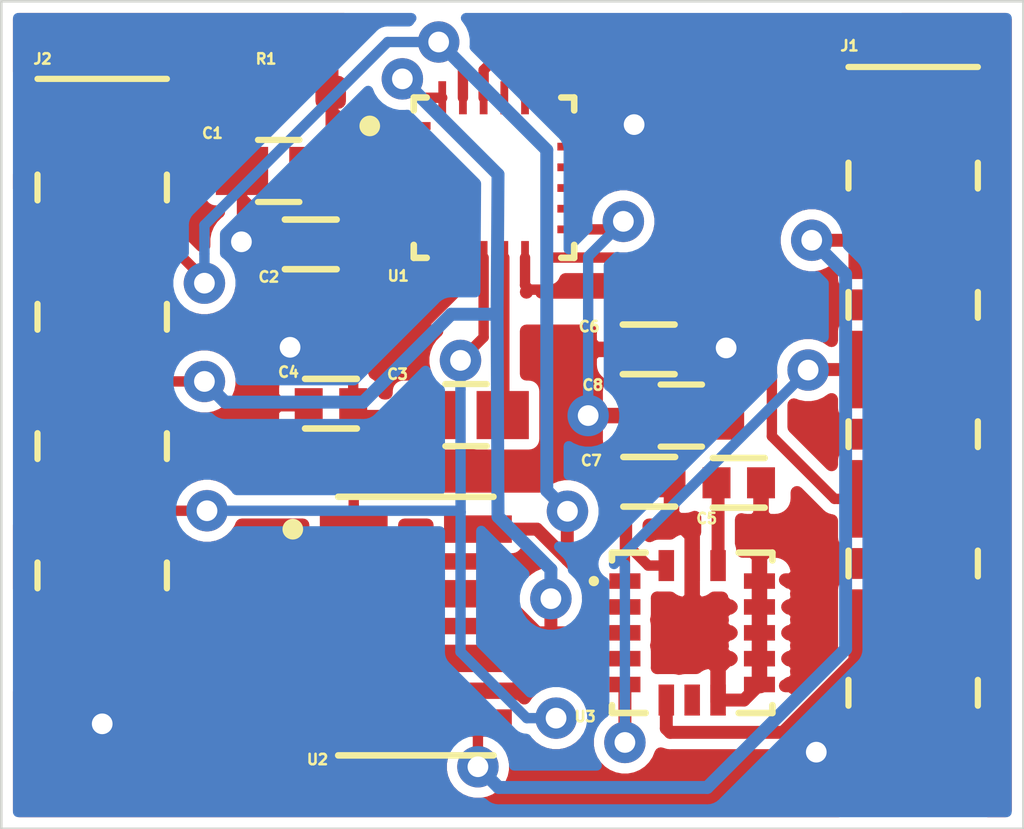
<source format=kicad_pcb>
(kicad_pcb (version 20171130) (host pcbnew "(5.1.5)-3")

  (general
    (thickness 1.6)
    (drawings 4)
    (tracks 174)
    (zones 0)
    (modules 14)
    (nets 27)
  )

  (page A4)
  (layers
    (0 F.Cu signal)
    (31 B.Cu signal)
    (32 B.Adhes user hide)
    (33 F.Adhes user hide)
    (34 B.Paste user hide)
    (35 F.Paste user hide)
    (36 B.SilkS user)
    (37 F.SilkS user)
    (38 B.Mask user)
    (39 F.Mask user)
    (40 Dwgs.User user)
    (41 Cmts.User user hide)
    (42 Eco1.User user hide)
    (43 Eco2.User user hide)
    (44 Edge.Cuts user)
    (45 Margin user hide)
    (46 B.CrtYd user hide)
    (47 F.CrtYd user)
    (48 B.Fab user hide)
    (49 F.Fab user hide)
  )

  (setup
    (last_trace_width 0.2)
    (user_trace_width 0.2)
    (trace_clearance 0.2)
    (zone_clearance 0.2)
    (zone_45_only no)
    (trace_min 0.2)
    (via_size 0.8)
    (via_drill 0.4)
    (via_min_size 0.4)
    (via_min_drill 0.3)
    (uvia_size 0.3)
    (uvia_drill 0.1)
    (uvias_allowed no)
    (uvia_min_size 0.2)
    (uvia_min_drill 0.1)
    (edge_width 0.05)
    (segment_width 0.2)
    (pcb_text_width 0.3)
    (pcb_text_size 1.5 1.5)
    (mod_edge_width 0.12)
    (mod_text_size 1 1)
    (mod_text_width 0.15)
    (pad_size 0.6 0.3)
    (pad_drill 0)
    (pad_to_mask_clearance 0.051)
    (solder_mask_min_width 0.25)
    (aux_axis_origin 0 0)
    (visible_elements 7FFFFFFF)
    (pcbplotparams
      (layerselection 0x0d0fc_ffffffff)
      (usegerberextensions false)
      (usegerberattributes false)
      (usegerberadvancedattributes false)
      (creategerberjobfile false)
      (excludeedgelayer true)
      (linewidth 0.100000)
      (plotframeref false)
      (viasonmask false)
      (mode 1)
      (useauxorigin false)
      (hpglpennumber 1)
      (hpglpenspeed 20)
      (hpglpendiameter 15.000000)
      (psnegative false)
      (psa4output false)
      (plotreference true)
      (plotvalue true)
      (plotinvisibletext false)
      (padsonsilk false)
      (subtractmaskfromsilk false)
      (outputformat 1)
      (mirror false)
      (drillshape 0)
      (scaleselection 1)
      (outputdirectory ""))
  )

  (net 0 "")
  (net 1 /VDD_3V3_SENSORS)
  (net 2 GND)
  (net 3 /MPU_CS)
  (net 4 /BARO_CS)
  (net 5 /ICM_CS)
  (net 6 /SPI_INT_MISO)
  (net 7 /SPI_INT_MOSI)
  (net 8 /SPI_INT_SCK)
  (net 9 "Net-(U1-Pad2)")
  (net 10 "Net-(U1-Pad3)")
  (net 11 "Net-(U1-Pad4)")
  (net 12 "Net-(U1-Pad5)")
  (net 13 "Net-(U1-Pad6)")
  (net 14 "Net-(U1-Pad7)")
  (net 15 /MPU_DRDY)
  (net 16 "Net-(U1-Pad14)")
  (net 17 "Net-(U1-Pad15)")
  (net 18 "Net-(U1-Pad16)")
  (net 19 "Net-(U1-Pad17)")
  (net 20 "Net-(U1-Pad19)")
  (net 21 "Net-(U1-Pad21)")
  (net 22 "Net-(U2-Pad4)")
  (net 23 "Net-(U3-Pad7)")
  (net 24 "Net-(C3-Pad1)")
  (net 25 "Net-(C5-Pad1)")
  (net 26 /ICM_DRDY)

  (net_class Default "This is the default net class."
    (clearance 0.2)
    (trace_width 0.25)
    (via_dia 0.8)
    (via_drill 0.4)
    (uvia_dia 0.3)
    (uvia_drill 0.1)
    (add_net /BARO_CS)
    (add_net /ICM_CS)
    (add_net /ICM_DRDY)
    (add_net /MPU_CS)
    (add_net /MPU_DRDY)
    (add_net /SPI_INT_MISO)
    (add_net /SPI_INT_MOSI)
    (add_net /SPI_INT_SCK)
    (add_net /VDD_3V3_SENSORS)
    (add_net GND)
    (add_net "Net-(C3-Pad1)")
    (add_net "Net-(C5-Pad1)")
    (add_net "Net-(U1-Pad14)")
    (add_net "Net-(U1-Pad15)")
    (add_net "Net-(U1-Pad16)")
    (add_net "Net-(U1-Pad17)")
    (add_net "Net-(U1-Pad19)")
    (add_net "Net-(U1-Pad2)")
    (add_net "Net-(U1-Pad21)")
    (add_net "Net-(U1-Pad3)")
    (add_net "Net-(U1-Pad4)")
    (add_net "Net-(U1-Pad5)")
    (add_net "Net-(U1-Pad6)")
    (add_net "Net-(U1-Pad7)")
    (add_net "Net-(U2-Pad4)")
    (add_net "Net-(U3-Pad7)")
  )

  (module CC0402ZRY5V7BB104:CAPC1005X55N (layer F.Cu) (tedit 5ECB5D2C) (tstamp 5ECF5C5C)
    (at 141.77 31.29)
    (path /5ED02064)
    (fp_text reference C7 (at -1.12 -0.41) (layer F.SilkS)
      (effects (font (size 0.2 0.2) (thickness 0.05)))
    )
    (fp_text value 0u1 (at 0.3 0.8) (layer F.Fab)
      (effects (font (size 0.2 0.2) (thickness 0.05)))
    )
    (fp_line (start 0.85 0.54) (end 0.85 -0.54) (layer F.CrtYd) (width 0.05))
    (fp_line (start -0.85 0.54) (end 0.85 0.54) (layer F.CrtYd) (width 0.05))
    (fp_line (start -0.85 -0.54) (end -0.85 0.54) (layer F.CrtYd) (width 0.05))
    (fp_line (start 0.85 -0.54) (end -0.85 -0.54) (layer F.CrtYd) (width 0.05))
    (fp_line (start -0.5 0.48) (end 0.5 0.48) (layer F.SilkS) (width 0.127))
    (fp_line (start 0.5 -0.48) (end -0.5 -0.48) (layer F.SilkS) (width 0.127))
    (fp_line (start 0.53 0.28) (end 0.53 -0.28) (layer F.Fab) (width 0.127))
    (fp_line (start -0.53 0.28) (end 0.53 0.28) (layer F.Fab) (width 0.127))
    (fp_line (start -0.53 -0.28) (end -0.53 0.28) (layer F.Fab) (width 0.127))
    (fp_line (start 0.53 -0.28) (end -0.53 -0.28) (layer F.Fab) (width 0.127))
    (pad 2 smd rect (at 0.43 0) (size 0.54 0.6) (layers F.Cu F.Paste F.Mask)
      (net 2 GND))
    (pad 1 smd rect (at -0.43 0) (size 0.54 0.6) (layers F.Cu F.Paste F.Mask)
      (net 1 /VDD_3V3_SENSORS))
    (model ${KISYS3DMOD}/Capacitor_SMD.3dshapes/C_0402_1005Metric.wrl
      (at (xyz 0 0 0))
      (scale (xyz 1 1 1))
      (rotate (xyz 0 0 0))
    )
  )

  (module MPU-9250:QFN40P300X300X105-24N (layer F.Cu) (tedit 5ECCA968) (tstamp 5ECF5CE3)
    (at 138.77 25.41)
    (path /5ECBCD1C)
    (fp_text reference U1 (at -1.85 1.9) (layer F.SilkS)
      (effects (font (size 0.2 0.2) (thickness 0.05)))
    )
    (fp_text value MPU-9250 (at -0.2 2.4) (layer F.Fab)
      (effects (font (size 0.2 0.2) (thickness 0.05)))
    )
    (fp_line (start -1.55 -1.55) (end 1.55 -1.55) (layer F.Fab) (width 0.127))
    (fp_line (start 1.55 -1.55) (end 1.55 1.55) (layer F.Fab) (width 0.127))
    (fp_line (start 1.55 1.55) (end -1.55 1.55) (layer F.Fab) (width 0.127))
    (fp_line (start -1.55 1.55) (end -1.55 -1.55) (layer F.Fab) (width 0.127))
    (fp_line (start -1.3 -1.55) (end -1.55 -1.55) (layer F.SilkS) (width 0.127))
    (fp_line (start -1.55 -1.55) (end -1.55 -1.3) (layer F.SilkS) (width 0.127))
    (fp_line (start 1.3 -1.55) (end 1.55 -1.55) (layer F.SilkS) (width 0.127))
    (fp_line (start 1.55 -1.55) (end 1.55 -1.3) (layer F.SilkS) (width 0.127))
    (fp_line (start 1.55 1.3) (end 1.55 1.55) (layer F.SilkS) (width 0.127))
    (fp_line (start 1.55 1.55) (end 1.3 1.55) (layer F.SilkS) (width 0.127))
    (fp_line (start -1.55 1.3) (end -1.55 1.55) (layer F.SilkS) (width 0.127))
    (fp_line (start -1.55 1.55) (end -1.3 1.55) (layer F.SilkS) (width 0.127))
    (fp_line (start -2.12 -2.12) (end 2.12 -2.12) (layer F.CrtYd) (width 0.05))
    (fp_line (start 2.12 -2.12) (end 2.12 2.12) (layer F.CrtYd) (width 0.05))
    (fp_line (start 2.12 2.12) (end -2.12 2.12) (layer F.CrtYd) (width 0.05))
    (fp_line (start -2.12 2.12) (end -2.12 -2.12) (layer F.CrtYd) (width 0.05))
    (fp_circle (center -2.4 -1) (end -2.3 -1) (layer F.SilkS) (width 0.2))
    (fp_circle (center -1.2 -1.1) (end -1.1 -1.1) (layer F.Fab) (width 0.2))
    (fp_poly (pts (xy -0.85 -0.77) (xy 0.85 -0.77) (xy 0.85 0.77) (xy -0.85 0.77)) (layer Dwgs.User) (width 0.01))
    (fp_poly (pts (xy -0.85 -0.77) (xy 0.85 -0.77) (xy 0.85 0.77) (xy -0.85 0.77)) (layer Dwgs.User) (width 0.01))
    (pad 1 smd rect (at -1.545 -1) (size 0.64 0.15) (layers F.Cu F.Paste F.Mask)
      (net 1 /VDD_3V3_SENSORS))
    (pad 2 smd rect (at -1.545 -0.6) (size 0.64 0.15) (layers F.Cu F.Paste F.Mask)
      (net 9 "Net-(U1-Pad2)"))
    (pad 3 smd rect (at -1.545 -0.2) (size 0.64 0.15) (layers F.Cu F.Paste F.Mask)
      (net 10 "Net-(U1-Pad3)"))
    (pad 4 smd rect (at -1.545 0.2) (size 0.64 0.15) (layers F.Cu F.Paste F.Mask)
      (net 11 "Net-(U1-Pad4)"))
    (pad 5 smd rect (at -1.545 0.6) (size 0.64 0.15) (layers F.Cu F.Paste F.Mask)
      (net 12 "Net-(U1-Pad5)"))
    (pad 6 smd rect (at -1.545 1) (size 0.64 0.15) (layers F.Cu F.Paste F.Mask)
      (net 13 "Net-(U1-Pad6)"))
    (pad 7 smd rect (at -1 1.545) (size 0.15 0.64) (layers F.Cu F.Paste F.Mask)
      (net 14 "Net-(U1-Pad7)"))
    (pad 8 smd rect (at -0.6 1.545) (size 0.15 0.64) (layers F.Cu F.Paste F.Mask)
      (net 1 /VDD_3V3_SENSORS))
    (pad 9 smd rect (at -0.2 1.545) (size 0.15 0.64) (layers F.Cu F.Paste F.Mask)
      (net 6 /SPI_INT_MISO))
    (pad 10 smd rect (at 0.2 1.545) (size 0.15 0.64) (layers F.Cu F.Paste F.Mask)
      (net 24 "Net-(C3-Pad1)"))
    (pad 11 smd rect (at 0.6 1.545) (size 0.15 0.64) (layers F.Cu F.Paste F.Mask)
      (net 2 GND))
    (pad 12 smd rect (at 1 1.545) (size 0.15 0.64) (layers F.Cu F.Paste F.Mask)
      (net 15 /MPU_DRDY))
    (pad 13 smd rect (at 1.545 1) (size 0.64 0.15) (layers F.Cu F.Paste F.Mask)
      (net 1 /VDD_3V3_SENSORS))
    (pad 14 smd rect (at 1.545 0.6) (size 0.64 0.15) (layers F.Cu F.Paste F.Mask)
      (net 16 "Net-(U1-Pad14)"))
    (pad 15 smd rect (at 1.545 0.2) (size 0.64 0.15) (layers F.Cu F.Paste F.Mask)
      (net 17 "Net-(U1-Pad15)"))
    (pad 16 smd rect (at 1.545 -0.2) (size 0.64 0.15) (layers F.Cu F.Paste F.Mask)
      (net 18 "Net-(U1-Pad16)"))
    (pad 17 smd rect (at 1.545 -0.6) (size 0.64 0.15) (layers F.Cu F.Paste F.Mask)
      (net 19 "Net-(U1-Pad17)"))
    (pad 18 smd rect (at 1.545 -1) (size 0.64 0.15) (layers F.Cu F.Paste F.Mask)
      (net 2 GND))
    (pad 19 smd rect (at 1 -1.545) (size 0.15 0.64) (layers F.Cu F.Paste F.Mask)
      (net 20 "Net-(U1-Pad19)"))
    (pad 20 smd rect (at 0.6 -1.545) (size 0.15 0.64) (layers F.Cu F.Paste F.Mask)
      (net 2 GND))
    (pad 21 smd rect (at 0.2 -1.545) (size 0.15 0.64) (layers F.Cu F.Paste F.Mask)
      (net 21 "Net-(U1-Pad21)"))
    (pad 22 smd rect (at -0.2 -1.545) (size 0.15 0.64) (layers F.Cu F.Paste F.Mask)
      (net 3 /MPU_CS))
    (pad 23 smd rect (at -0.6 -1.545) (size 0.15 0.64) (layers F.Cu F.Paste F.Mask)
      (net 8 /SPI_INT_SCK))
    (pad 24 smd rect (at -1 -1.545) (size 0.15 0.64) (layers F.Cu F.Paste F.Mask)
      (net 7 /SPI_INT_MOSI))
    (model ${KIPRJMOD}/MPU-9250/SEN-13762.stp
      (at (xyz 0 0 0))
      (scale (xyz 1 1 1))
      (rotate (xyz 0 0 0))
    )
  )

  (module CC0402ZRY5V7BB104:CAPC1005X55N (layer F.Cu) (tedit 5ECB5D2C) (tstamp 5ECF5C4C)
    (at 141.76 28.73)
    (path /5ED13B85)
    (fp_text reference C6 (at -1.15 -0.44) (layer F.SilkS)
      (effects (font (size 0.2 0.2) (thickness 0.05)))
    )
    (fp_text value 10nF (at 0.3 0.8) (layer F.Fab)
      (effects (font (size 0.2 0.2) (thickness 0.05)))
    )
    (fp_line (start 0.53 -0.28) (end -0.53 -0.28) (layer F.Fab) (width 0.127))
    (fp_line (start -0.53 -0.28) (end -0.53 0.28) (layer F.Fab) (width 0.127))
    (fp_line (start -0.53 0.28) (end 0.53 0.28) (layer F.Fab) (width 0.127))
    (fp_line (start 0.53 0.28) (end 0.53 -0.28) (layer F.Fab) (width 0.127))
    (fp_line (start 0.5 -0.48) (end -0.5 -0.48) (layer F.SilkS) (width 0.127))
    (fp_line (start -0.5 0.48) (end 0.5 0.48) (layer F.SilkS) (width 0.127))
    (fp_line (start 0.85 -0.54) (end -0.85 -0.54) (layer F.CrtYd) (width 0.05))
    (fp_line (start -0.85 -0.54) (end -0.85 0.54) (layer F.CrtYd) (width 0.05))
    (fp_line (start -0.85 0.54) (end 0.85 0.54) (layer F.CrtYd) (width 0.05))
    (fp_line (start 0.85 0.54) (end 0.85 -0.54) (layer F.CrtYd) (width 0.05))
    (pad 1 smd rect (at -0.43 0) (size 0.54 0.6) (layers F.Cu F.Paste F.Mask)
      (net 1 /VDD_3V3_SENSORS))
    (pad 2 smd rect (at 0.43 0) (size 0.54 0.6) (layers F.Cu F.Paste F.Mask)
      (net 2 GND))
    (model ${KISYS3DMOD}/Capacitor_SMD.3dshapes/C_0402_1005Metric.wrl
      (at (xyz 0 0 0))
      (scale (xyz 1 1 1))
      (rotate (xyz 0 0 0))
    )
  )

  (module C1608X6S1C225K080AC:CAPC1608X90N (layer F.Cu) (tedit 5ECC712A) (tstamp 5ECF5C6C)
    (at 142.39 30.01)
    (path /5ED0205C)
    (fp_text reference C8 (at -1.71 -0.59) (layer F.SilkS)
      (effects (font (size 0.2 0.2) (thickness 0.05)))
    )
    (fp_text value 2u2 (at -0.3 0.9) (layer F.Fab)
      (effects (font (size 0.2 0.2) (thickness 0.05)))
    )
    (fp_line (start 0.85 0.45) (end -0.85 0.45) (layer F.Fab) (width 0.127))
    (fp_line (start 0.85 -0.45) (end -0.85 -0.45) (layer F.Fab) (width 0.127))
    (fp_line (start 0.85 0.45) (end 0.85 -0.45) (layer F.Fab) (width 0.127))
    (fp_line (start -0.85 0.45) (end -0.85 -0.45) (layer F.Fab) (width 0.127))
    (fp_line (start -1.465 0.715) (end 1.465 0.715) (layer F.CrtYd) (width 0.05))
    (fp_line (start -1.465 -0.715) (end 1.465 -0.715) (layer F.CrtYd) (width 0.05))
    (fp_line (start -1.465 0.715) (end -1.465 -0.715) (layer F.CrtYd) (width 0.05))
    (fp_line (start 1.465 0.715) (end 1.465 -0.715) (layer F.CrtYd) (width 0.05))
    (fp_line (start -0.4 -0.6) (end 0.4 -0.6) (layer F.SilkS) (width 0.12))
    (fp_line (start 0.4 0.6) (end -0.4 0.6) (layer F.SilkS) (width 0.12))
    (pad 1 smd rect (at -0.709 0) (size 1.01 0.93) (layers F.Cu F.Paste F.Mask)
      (net 1 /VDD_3V3_SENSORS))
    (pad 2 smd rect (at 0.709 0) (size 1.01 0.93) (layers F.Cu F.Paste F.Mask)
      (net 2 GND))
    (model ${KISYS3DMOD}/Capacitor_SMD.3dshapes/C_0603_1608Metric.wrl
      (at (xyz 0 0 0))
      (scale (xyz 1 1 1))
      (rotate (xyz 0 0 0))
    )
  )

  (module CC0402ZRY5V7BB104:CAPC1005X55N (layer F.Cu) (tedit 5ECB5D2C) (tstamp 5ECF5C3C)
    (at 143.5 31.31)
    (path /5ECBF0E1)
    (fp_text reference C5 (at -0.62 0.69) (layer F.SilkS)
      (effects (font (size 0.2 0.2) (thickness 0.05)))
    )
    (fp_text value 0u1 (at 0.3 0.8) (layer F.Fab)
      (effects (font (size 0.2 0.2) (thickness 0.05)))
    )
    (fp_line (start 0.53 -0.28) (end -0.53 -0.28) (layer F.Fab) (width 0.127))
    (fp_line (start -0.53 -0.28) (end -0.53 0.28) (layer F.Fab) (width 0.127))
    (fp_line (start -0.53 0.28) (end 0.53 0.28) (layer F.Fab) (width 0.127))
    (fp_line (start 0.53 0.28) (end 0.53 -0.28) (layer F.Fab) (width 0.127))
    (fp_line (start 0.5 -0.48) (end -0.5 -0.48) (layer F.SilkS) (width 0.127))
    (fp_line (start -0.5 0.48) (end 0.5 0.48) (layer F.SilkS) (width 0.127))
    (fp_line (start 0.85 -0.54) (end -0.85 -0.54) (layer F.CrtYd) (width 0.05))
    (fp_line (start -0.85 -0.54) (end -0.85 0.54) (layer F.CrtYd) (width 0.05))
    (fp_line (start -0.85 0.54) (end 0.85 0.54) (layer F.CrtYd) (width 0.05))
    (fp_line (start 0.85 0.54) (end 0.85 -0.54) (layer F.CrtYd) (width 0.05))
    (pad 1 smd rect (at -0.43 0) (size 0.54 0.6) (layers F.Cu F.Paste F.Mask)
      (net 25 "Net-(C5-Pad1)"))
    (pad 2 smd rect (at 0.43 0) (size 0.54 0.6) (layers F.Cu F.Paste F.Mask)
      (net 2 GND))
    (model ${KISYS3DMOD}/Capacitor_SMD.3dshapes/C_0402_1005Metric.wrl
      (at (xyz 0 0 0))
      (scale (xyz 1 1 1))
      (rotate (xyz 0 0 0))
    )
  )

  (module SENSOR_CONN:sensorconnect_1x5 (layer F.Cu) (tedit 5ECC8764) (tstamp 5ECF5CA4)
    (at 131.100001 29.2)
    (path /5ED7CDED)
    (fp_text reference J2 (at -1.052001 -6.086) (layer F.SilkS)
      (effects (font (size 0.2 0.2) (thickness 0.05)))
    )
    (fp_text value Conn_01x05 (at -0.1 6.5) (layer F.Fab)
      (effects (font (size 0.2 0.2) (thickness 0.05)))
    )
    (fp_line (start -1.15 -5.7) (end 1.35 -5.7) (layer F.SilkS) (width 0.12))
    (fp_line (start 1.1 5.8) (end 1.1 -5.35) (layer F.Fab) (width 0.12))
    (fp_line (start 1.6 6.2) (end 1.6 -5.85) (layer F.CrtYd) (width 0.12))
    (fp_line (start 1.35 -3.85) (end 1.35 -3.35) (layer F.SilkS) (width 0.12))
    (fp_line (start 1.1 -5.35) (end -0.9 -5.35) (layer F.Fab) (width 0.12))
    (fp_line (start -1.4 6.2) (end 1.6 6.2) (layer F.CrtYd) (width 0.12))
    (fp_line (start -0.9 5.8) (end 1.1 5.8) (layer F.Fab) (width 0.12))
    (fp_line (start 1.35 -1.35) (end 1.35 -0.85) (layer F.SilkS) (width 0.12))
    (fp_line (start -1.15 -1.35) (end -1.15 -0.85) (layer F.SilkS) (width 0.12))
    (fp_line (start -0.9 -5.35) (end -0.9 5.8) (layer F.Fab) (width 0.12))
    (fp_line (start -1.15 1.15) (end -1.15 1.65) (layer F.SilkS) (width 0.12))
    (fp_line (start 1.35 1.15) (end 1.35 1.65) (layer F.SilkS) (width 0.12))
    (fp_line (start -1.15 -3.85) (end -1.15 -3.35) (layer F.SilkS) (width 0.12))
    (fp_line (start -1.4 -5.85) (end -1.4 6.2) (layer F.CrtYd) (width 0.12))
    (fp_line (start 1.6 -5.85) (end -1.4 -5.85) (layer F.CrtYd) (width 0.12))
    (fp_line (start 1.35 3.65) (end 1.35 4.15) (layer F.SilkS) (width 0.12))
    (fp_line (start -1.15 3.65) (end -1.15 4.15) (layer F.SilkS) (width 0.12))
    (pad 4 smd rect (at 0.1 2.65) (size 2.5 1.5) (layers F.Cu F.Paste F.Mask)
      (net 6 /SPI_INT_MISO))
    (pad 1 smd rect (at 0.1 -4.85) (size 2.5 1.5) (layers F.Cu F.Paste F.Mask)
      (net 1 /VDD_3V3_SENSORS))
    (pad 3 smd rect (at 0.1 0.15) (size 2.5 1.5) (layers F.Cu F.Paste F.Mask)
      (net 7 /SPI_INT_MOSI))
    (pad 2 smd rect (at 0.1 -2.35) (size 2.5 1.5) (layers F.Cu F.Paste F.Mask)
      (net 8 /SPI_INT_SCK))
    (pad 5 smd rect (at 0.1 5.15) (size 2.5 1.5) (layers F.Cu F.Paste F.Mask)
      (net 2 GND))
  )

  (module C1608X6S1C225K080AC:CAPC1608X90N (layer F.Cu) (tedit 5ECC712A) (tstamp 5ECF5BFC)
    (at 134.61 25.28 180)
    (path /5ECCABA1)
    (fp_text reference C1 (at 1.28 0.73) (layer F.SilkS)
      (effects (font (size 0.2 0.2) (thickness 0.05)))
    )
    (fp_text value 2u2 (at -0.3 0.9) (layer F.Fab)
      (effects (font (size 0.2 0.2) (thickness 0.05)))
    )
    (fp_line (start 0.4 0.6) (end -0.4 0.6) (layer F.SilkS) (width 0.12))
    (fp_line (start -0.4 -0.6) (end 0.4 -0.6) (layer F.SilkS) (width 0.12))
    (fp_line (start 1.465 0.715) (end 1.465 -0.715) (layer F.CrtYd) (width 0.05))
    (fp_line (start -1.465 0.715) (end -1.465 -0.715) (layer F.CrtYd) (width 0.05))
    (fp_line (start -1.465 -0.715) (end 1.465 -0.715) (layer F.CrtYd) (width 0.05))
    (fp_line (start -1.465 0.715) (end 1.465 0.715) (layer F.CrtYd) (width 0.05))
    (fp_line (start -0.85 0.45) (end -0.85 -0.45) (layer F.Fab) (width 0.127))
    (fp_line (start 0.85 0.45) (end 0.85 -0.45) (layer F.Fab) (width 0.127))
    (fp_line (start 0.85 -0.45) (end -0.85 -0.45) (layer F.Fab) (width 0.127))
    (fp_line (start 0.85 0.45) (end -0.85 0.45) (layer F.Fab) (width 0.127))
    (pad 2 smd rect (at 0.709 0 180) (size 1.01 0.93) (layers F.Cu F.Paste F.Mask)
      (net 2 GND))
    (pad 1 smd rect (at -0.709 0 180) (size 1.01 0.93) (layers F.Cu F.Paste F.Mask)
      (net 1 /VDD_3V3_SENSORS))
    (model ${KISYS3DMOD}/Capacitor_SMD.3dshapes/C_0603_1608Metric.wrl
      (at (xyz 0 0 0))
      (scale (xyz 1 1 1))
      (rotate (xyz 0 0 0))
    )
  )

  (module CC0402ZRY5V7BB104:CAPC1005X55N (layer F.Cu) (tedit 5ECB5D2C) (tstamp 5ECF5C0C)
    (at 135.23 26.7 180)
    (path /5ECC90EC)
    (fp_text reference C2 (at 0.81 -0.63) (layer F.SilkS)
      (effects (font (size 0.2 0.2) (thickness 0.05)))
    )
    (fp_text value 0u1 (at 0.3 0.8) (layer F.Fab)
      (effects (font (size 0.2 0.2) (thickness 0.05)))
    )
    (fp_line (start 0.53 -0.28) (end -0.53 -0.28) (layer F.Fab) (width 0.127))
    (fp_line (start -0.53 -0.28) (end -0.53 0.28) (layer F.Fab) (width 0.127))
    (fp_line (start -0.53 0.28) (end 0.53 0.28) (layer F.Fab) (width 0.127))
    (fp_line (start 0.53 0.28) (end 0.53 -0.28) (layer F.Fab) (width 0.127))
    (fp_line (start 0.5 -0.48) (end -0.5 -0.48) (layer F.SilkS) (width 0.127))
    (fp_line (start -0.5 0.48) (end 0.5 0.48) (layer F.SilkS) (width 0.127))
    (fp_line (start 0.85 -0.54) (end -0.85 -0.54) (layer F.CrtYd) (width 0.05))
    (fp_line (start -0.85 -0.54) (end -0.85 0.54) (layer F.CrtYd) (width 0.05))
    (fp_line (start -0.85 0.54) (end 0.85 0.54) (layer F.CrtYd) (width 0.05))
    (fp_line (start 0.85 0.54) (end 0.85 -0.54) (layer F.CrtYd) (width 0.05))
    (pad 1 smd rect (at -0.43 0 180) (size 0.54 0.6) (layers F.Cu F.Paste F.Mask)
      (net 1 /VDD_3V3_SENSORS))
    (pad 2 smd rect (at 0.43 0 180) (size 0.54 0.6) (layers F.Cu F.Paste F.Mask)
      (net 2 GND))
    (model ${KISYS3DMOD}/Capacitor_SMD.3dshapes/C_0402_1005Metric.wrl
      (at (xyz 0 0 0))
      (scale (xyz 1 1 1))
      (rotate (xyz 0 0 0))
    )
  )

  (module C1608X6S1C225K080AC:CAPC1608X90N (layer F.Cu) (tedit 5ECC712A) (tstamp 5ECF5C1C)
    (at 138.23 30 180)
    (path /5ECC77C6)
    (fp_text reference C3 (at 1.324 0.79) (layer F.SilkS)
      (effects (font (size 0.2 0.2) (thickness 0.05)))
    )
    (fp_text value 2u2 (at -0.3 0.9) (layer F.Fab)
      (effects (font (size 0.2 0.2) (thickness 0.05)))
    )
    (fp_line (start 0.85 0.45) (end -0.85 0.45) (layer F.Fab) (width 0.127))
    (fp_line (start 0.85 -0.45) (end -0.85 -0.45) (layer F.Fab) (width 0.127))
    (fp_line (start 0.85 0.45) (end 0.85 -0.45) (layer F.Fab) (width 0.127))
    (fp_line (start -0.85 0.45) (end -0.85 -0.45) (layer F.Fab) (width 0.127))
    (fp_line (start -1.465 0.715) (end 1.465 0.715) (layer F.CrtYd) (width 0.05))
    (fp_line (start -1.465 -0.715) (end 1.465 -0.715) (layer F.CrtYd) (width 0.05))
    (fp_line (start -1.465 0.715) (end -1.465 -0.715) (layer F.CrtYd) (width 0.05))
    (fp_line (start 1.465 0.715) (end 1.465 -0.715) (layer F.CrtYd) (width 0.05))
    (fp_line (start -0.4 -0.6) (end 0.4 -0.6) (layer F.SilkS) (width 0.12))
    (fp_line (start 0.4 0.6) (end -0.4 0.6) (layer F.SilkS) (width 0.12))
    (pad 1 smd rect (at -0.709 0 180) (size 1.01 0.93) (layers F.Cu F.Paste F.Mask)
      (net 24 "Net-(C3-Pad1)"))
    (pad 2 smd rect (at 0.709 0 180) (size 1.01 0.93) (layers F.Cu F.Paste F.Mask)
      (net 2 GND))
    (model ${KISYS3DMOD}/Capacitor_SMD.3dshapes/C_0603_1608Metric.wrl
      (at (xyz 0 0 0))
      (scale (xyz 1 1 1))
      (rotate (xyz 0 0 0))
    )
  )

  (module CC0402ZRY5V7BB104:CAPC1005X55N (layer F.Cu) (tedit 5ECB5D2C) (tstamp 5ECF5C2C)
    (at 135.62 29.78)
    (path /5ECC0F61)
    (fp_text reference C4 (at -0.82 -0.61) (layer F.SilkS)
      (effects (font (size 0.2 0.2) (thickness 0.05)))
    )
    (fp_text value 0u1 (at 0.3 0.8) (layer F.Fab)
      (effects (font (size 0.2 0.2) (thickness 0.05)))
    )
    (fp_line (start 0.85 0.54) (end 0.85 -0.54) (layer F.CrtYd) (width 0.05))
    (fp_line (start -0.85 0.54) (end 0.85 0.54) (layer F.CrtYd) (width 0.05))
    (fp_line (start -0.85 -0.54) (end -0.85 0.54) (layer F.CrtYd) (width 0.05))
    (fp_line (start 0.85 -0.54) (end -0.85 -0.54) (layer F.CrtYd) (width 0.05))
    (fp_line (start -0.5 0.48) (end 0.5 0.48) (layer F.SilkS) (width 0.127))
    (fp_line (start 0.5 -0.48) (end -0.5 -0.48) (layer F.SilkS) (width 0.127))
    (fp_line (start 0.53 0.28) (end 0.53 -0.28) (layer F.Fab) (width 0.127))
    (fp_line (start -0.53 0.28) (end 0.53 0.28) (layer F.Fab) (width 0.127))
    (fp_line (start -0.53 -0.28) (end -0.53 0.28) (layer F.Fab) (width 0.127))
    (fp_line (start 0.53 -0.28) (end -0.53 -0.28) (layer F.Fab) (width 0.127))
    (pad 2 smd rect (at 0.43 0) (size 0.54 0.6) (layers F.Cu F.Paste F.Mask)
      (net 2 GND))
    (pad 1 smd rect (at -0.43 0) (size 0.54 0.6) (layers F.Cu F.Paste F.Mask)
      (net 1 /VDD_3V3_SENSORS))
    (model ${KISYS3DMOD}/Capacitor_SMD.3dshapes/C_0402_1005Metric.wrl
      (at (xyz 0 0 0))
      (scale (xyz 1 1 1))
      (rotate (xyz 0 0 0))
    )
  )

  (module SENSOR_CONN:sensorconnect_1x6 (layer F.Cu) (tedit 5ECF53EB) (tstamp 5ECF5C8A)
    (at 145.04 29.24)
    (path /5ED060E7)
    (fp_text reference J1 (at 0.6 -6.38) (layer F.SilkS)
      (effects (font (size 0.2 0.2) (thickness 0.05)))
    )
    (fp_text value Conn_01x06_Male (at 1.6 8.6) (layer F.Fab)
      (effects (font (size 0.2 0.2) (thickness 0.05)))
    )
    (fp_line (start 0.58 -5.97) (end 3.08 -5.97) (layer F.SilkS) (width 0.12))
    (fp_line (start 3.08 -4.12) (end 3.08 -3.62) (layer F.SilkS) (width 0.12))
    (fp_line (start 0.83 -5.62) (end 0.83 8) (layer F.Fab) (width 0.12))
    (fp_line (start 0.58 3.38) (end 0.58 3.88) (layer F.SilkS) (width 0.12))
    (fp_line (start 0.58 -4.12) (end 0.58 -3.62) (layer F.SilkS) (width 0.12))
    (fp_line (start 3.08 -1.62) (end 3.08 -1.12) (layer F.SilkS) (width 0.12))
    (fp_line (start 3.08 3.38) (end 3.08 3.88) (layer F.SilkS) (width 0.12))
    (fp_line (start 3.33 8.25) (end 3.33 -6.12) (layer F.CrtYd) (width 0.12))
    (fp_line (start 2.83 -5.62) (end 0.83 -5.62) (layer F.Fab) (width 0.12))
    (fp_line (start 0.33 -6.12) (end 0.33 8.25) (layer F.CrtYd) (width 0.12))
    (fp_line (start 2.83 8) (end 2.83 -5.62) (layer F.Fab) (width 0.12))
    (fp_line (start 3.33 -6.12) (end 0.33 -6.12) (layer F.CrtYd) (width 0.12))
    (fp_line (start 3.08 0.88) (end 3.08 1.38) (layer F.SilkS) (width 0.12))
    (fp_line (start 0.33 8.25) (end 3.33 8.25) (layer F.CrtYd) (width 0.12))
    (fp_line (start 0.58 0.88) (end 0.58 1.38) (layer F.SilkS) (width 0.12))
    (fp_line (start 0.83 5.53) (end 2.83 5.53) (layer F.Fab) (width 0.12))
    (fp_line (start 0.58 -1.62) (end 0.58 -1.12) (layer F.SilkS) (width 0.12))
    (fp_line (start 3.08 5.88) (end 3.08 6.38) (layer F.SilkS) (width 0.12))
    (fp_line (start 0.58 5.88) (end 0.58 6.38) (layer F.SilkS) (width 0.12))
    (fp_line (start 2.83 8) (end 0.83 8) (layer F.Fab) (width 0.12))
    (pad 1 smd rect (at 1.83 -5.12) (size 2.5 1.5) (layers F.Cu F.Paste F.Mask)
      (net 3 /MPU_CS))
    (pad 5 smd rect (at 1.83 4.88) (size 2.5 1.5) (layers F.Cu F.Paste F.Mask)
      (net 26 /ICM_DRDY))
    (pad 4 smd rect (at 1.83 2.38) (size 2.5 1.5) (layers F.Cu F.Paste F.Mask)
      (net 15 /MPU_DRDY))
    (pad 2 smd rect (at 1.83 -2.62) (size 2.5 1.5) (layers F.Cu F.Paste F.Mask)
      (net 4 /BARO_CS))
    (pad 3 smd rect (at 1.83 -0.12) (size 2.5 1.5) (layers F.Cu F.Paste F.Mask)
      (net 5 /ICM_CS))
    (pad 6 smd rect (at 1.83 7.28) (size 2.5 1.5) (layers F.Cu F.Paste F.Mask)
      (net 2 GND))
  )

  (module Capacitor_SMD:C_0402_1005Metric (layer F.Cu) (tedit 5B301BBE) (tstamp 5ECF5CB3)
    (at 135.13 23.76 180)
    (descr "Capacitor SMD 0402 (1005 Metric), square (rectangular) end terminal, IPC_7351 nominal, (Body size source: http://www.tortai-tech.com/upload/download/2011102023233369053.pdf), generated with kicad-footprint-generator")
    (tags capacitor)
    (path /5ECFF43E)
    (attr smd)
    (fp_text reference R1 (at 0.764 0.646) (layer F.SilkS)
      (effects (font (size 0.2 0.2) (thickness 0.05)))
    )
    (fp_text value 220R (at 0 1.17) (layer F.Fab)
      (effects (font (size 1 1) (thickness 0.15)))
    )
    (fp_line (start -0.5 0.25) (end -0.5 -0.25) (layer F.Fab) (width 0.1))
    (fp_line (start -0.5 -0.25) (end 0.5 -0.25) (layer F.Fab) (width 0.1))
    (fp_line (start 0.5 -0.25) (end 0.5 0.25) (layer F.Fab) (width 0.1))
    (fp_line (start 0.5 0.25) (end -0.5 0.25) (layer F.Fab) (width 0.1))
    (fp_line (start -0.93 0.47) (end -0.93 -0.47) (layer F.CrtYd) (width 0.05))
    (fp_line (start -0.93 -0.47) (end 0.93 -0.47) (layer F.CrtYd) (width 0.05))
    (fp_line (start 0.93 -0.47) (end 0.93 0.47) (layer F.CrtYd) (width 0.05))
    (fp_line (start 0.93 0.47) (end -0.93 0.47) (layer F.CrtYd) (width 0.05))
    (fp_text user %R (at 0 0) (layer F.Fab)
      (effects (font (size 0.25 0.25) (thickness 0.04)))
    )
    (pad 1 smd roundrect (at -0.485 0 180) (size 0.59 0.64) (layers F.Cu F.Paste F.Mask) (roundrect_rratio 0.25)
      (net 1 /VDD_3V3_SENSORS))
    (pad 2 smd roundrect (at 0.485 0 180) (size 0.59 0.64) (layers F.Cu F.Paste F.Mask) (roundrect_rratio 0.25)
      (net 2 GND))
    (model ${KISYS3DMOD}/Capacitor_SMD.3dshapes/C_0402_1005Metric.wrl
      (at (xyz 0 0 0))
      (scale (xyz 1 1 1))
      (rotate (xyz 0 0 0))
    )
  )

  (module MS561101BA03-50:SON125P500X300X100-8N (layer F.Cu) (tedit 5ECC6D5F) (tstamp 5ECF5D07)
    (at 137.26 34.08)
    (path /5ECBE1FE)
    (fp_text reference U2 (at -1.9 2.58) (layer F.SilkS)
      (effects (font (size 0.2 0.2) (thickness 0.05)))
    )
    (fp_text value MS561101BA03-50 (at -0.1 3) (layer F.Fab)
      (effects (font (size 0.2 0.2) (thickness 0.05)))
    )
    (fp_line (start -1.5 -2.5) (end -1.5 2.5) (layer F.Fab) (width 0.127))
    (fp_line (start -1.5 2.5) (end 1.5 2.5) (layer F.Fab) (width 0.127))
    (fp_line (start 1.5 2.5) (end 1.5 -2.5) (layer F.Fab) (width 0.127))
    (fp_line (start 1.5 -2.5) (end -1.5 -2.5) (layer F.Fab) (width 0.127))
    (fp_line (start -1.5 -2.5) (end 1.5 -2.5) (layer F.SilkS) (width 0.127))
    (fp_line (start -1.5 2.5) (end 1.5 2.5) (layer F.SilkS) (width 0.127))
    (fp_line (start -2.11 -2.78) (end -2.11 2.78) (layer F.CrtYd) (width 0.05))
    (fp_line (start -2.11 2.78) (end 2.11 2.78) (layer F.CrtYd) (width 0.05))
    (fp_line (start 2.11 2.78) (end 2.11 -2.78) (layer F.CrtYd) (width 0.05))
    (fp_line (start 2.11 -2.78) (end -2.11 -2.78) (layer F.CrtYd) (width 0.05))
    (fp_circle (center -2.377 -1.873) (end -2.277 -1.873) (layer F.SilkS) (width 0.2))
    (fp_poly (pts (xy -1.87537 -1.4375) (xy 1.875 -1.4375) (xy 1.875 -1.06271) (xy -1.87537 -1.06271)) (layer Dwgs.User) (width 0.01))
    (fp_poly (pts (xy -1.87796 -1.4375) (xy 1.875 -1.4375) (xy 1.875 -1.06418) (xy -1.87796 -1.06418)) (layer Dwgs.User) (width 0.01))
    (fp_poly (pts (xy -1.87578 -1.4375) (xy 1.875 -1.4375) (xy 1.875 -1.06294) (xy -1.87578 -1.06294)) (layer Dwgs.User) (width 0.01))
    (fp_poly (pts (xy -1.87846 -0.1875) (xy 1.875 -0.1875) (xy 1.875 0.187846) (xy -1.87846 0.187846)) (layer Dwgs.User) (width 0.01))
    (fp_poly (pts (xy -1.87801 -0.1875) (xy 1.875 -0.1875) (xy 1.875 0.187801) (xy -1.87801 0.187801)) (layer Dwgs.User) (width 0.01))
    (fp_poly (pts (xy -1.87722 -0.1875) (xy 1.875 -0.1875) (xy 1.875 0.187722) (xy -1.87722 0.187722)) (layer Dwgs.User) (width 0.01))
    (fp_poly (pts (xy -1.87797 1.0625) (xy 1.875 1.0625) (xy 1.875 1.43977) (xy -1.87797 1.43977)) (layer Dwgs.User) (width 0.01))
    (fp_poly (pts (xy -1.87834 1.0625) (xy 1.875 1.0625) (xy 1.875 1.44006) (xy -1.87834 1.44006)) (layer Dwgs.User) (width 0.01))
    (fp_poly (pts (xy -1.87749 1.0625) (xy 1.875 1.0625) (xy 1.875 1.43941) (xy -1.87749 1.43941)) (layer Dwgs.User) (width 0.01))
    (fp_poly (pts (xy -0.375208 -1.905) (xy 0.381 -1.905) (xy 0.381 1.93457) (xy -0.375208 1.93457)) (layer Dwgs.User) (width 0.01))
    (fp_poly (pts (xy -0.375314 -1.905) (xy 0.381 -1.905) (xy 0.381 1.93512) (xy -0.375314 1.93512)) (layer Dwgs.User) (width 0.01))
    (fp_poly (pts (xy -0.375263 -1.905) (xy 0.381 -1.905) (xy 0.381 1.93486) (xy -0.375263 1.93486)) (layer Dwgs.User) (width 0.01))
    (fp_circle (center -0.877 -1.873) (end -0.777 -1.873) (layer F.Fab) (width 0.2))
    (pad 1 smd rect (at -1.2 -1.875) (size 1.31 0.53) (layers F.Cu F.Paste F.Mask)
      (net 1 /VDD_3V3_SENSORS))
    (pad 8 smd rect (at 1.2 -1.875) (size 1.31 0.53) (layers F.Cu F.Paste F.Mask)
      (net 8 /SPI_INT_SCK))
    (pad 2 smd rect (at -1.2 -0.625) (size 1.31 0.53) (layers F.Cu F.Paste F.Mask)
      (net 2 GND))
    (pad 3 smd rect (at -1.2 0.625) (size 1.31 0.53) (layers F.Cu F.Paste F.Mask)
      (net 2 GND))
    (pad 4 smd rect (at -1.2 1.875) (size 1.31 0.53) (layers F.Cu F.Paste F.Mask)
      (net 22 "Net-(U2-Pad4)"))
    (pad 5 smd rect (at 1.2 1.875) (size 1.31 0.53) (layers F.Cu F.Paste F.Mask)
      (net 4 /BARO_CS))
    (pad 6 smd rect (at 1.2 0.625) (size 1.31 0.53) (layers F.Cu F.Paste F.Mask)
      (net 6 /SPI_INT_MISO))
    (pad 7 smd rect (at 1.2 -0.625) (size 1.31 0.53) (layers F.Cu F.Paste F.Mask)
      (net 7 /SPI_INT_MOSI))
    (model ${KIPRJMOD}/MS561101BA03-50/MS561101BA03-00.stp
      (at (xyz 0 0 0))
      (scale (xyz 1 1 1))
      (rotate (xyz 0 0 0))
    )
  )

  (module ICM-20602:PQFN50P300X300X80-16N (layer F.Cu) (tedit 5ECCBDBB) (tstamp 5ECF5D2F)
    (at 142.6 34.21)
    (path /5ECBD769)
    (fp_text reference U3 (at -2.07 1.62) (layer F.SilkS)
      (effects (font (size 0.2 0.2) (thickness 0.05)))
    )
    (fp_text value ICM-20602 (at 0.3 2.1) (layer F.Fab)
      (effects (font (size 0.2 0.2) (thickness 0.05)))
    )
    (fp_line (start -1.55 -1.55) (end 1.55 -1.55) (layer F.Fab) (width 0.127))
    (fp_line (start 1.55 -1.55) (end 1.55 1.55) (layer F.Fab) (width 0.127))
    (fp_line (start 1.55 1.55) (end -1.55 1.55) (layer F.Fab) (width 0.127))
    (fp_line (start -1.55 1.55) (end -1.55 -1.55) (layer F.Fab) (width 0.127))
    (fp_line (start -1.55 -1.4) (end -1.55 -1.55) (layer F.SilkS) (width 0.127))
    (fp_line (start -1.55 -1.55) (end -0.9 -1.55) (layer F.SilkS) (width 0.127))
    (fp_line (start 0.9 -1.55) (end 1.55 -1.55) (layer F.SilkS) (width 0.127))
    (fp_line (start 1.55 -1.55) (end 1.55 -1.4) (layer F.SilkS) (width 0.127))
    (fp_line (start -1.55 1.4) (end -1.55 1.55) (layer F.SilkS) (width 0.127))
    (fp_line (start -1.55 1.55) (end -0.9 1.55) (layer F.SilkS) (width 0.127))
    (fp_line (start 0.9 1.55) (end 1.55 1.55) (layer F.SilkS) (width 0.127))
    (fp_line (start 1.55 1.55) (end 1.55 1.4) (layer F.SilkS) (width 0.127))
    (fp_line (start -1.76 -1.76) (end 1.76 -1.76) (layer F.CrtYd) (width 0.05))
    (fp_line (start 1.76 -1.76) (end 1.76 1.75) (layer F.CrtYd) (width 0.05))
    (fp_line (start 1.76 1.75) (end -1.76 1.76) (layer F.CrtYd) (width 0.05))
    (fp_line (start -1.76 1.76) (end -1.76 -1.76) (layer F.CrtYd) (width 0.05))
    (fp_circle (center -1.9 -1) (end -1.85 -1) (layer F.SilkS) (width 0.1))
    (fp_circle (center -1.25 -1) (end -1.2 -1) (layer F.Fab) (width 0.1))
    (fp_poly (pts (xy -0.8 -0.8) (xy 0.8 -0.8) (xy 0.8 0.8) (xy -0.8 0.8)) (layer Dwgs.User) (width 0.01))
    (fp_poly (pts (xy -0.8 -0.8) (xy 0.8 -0.8) (xy 0.8 0.8) (xy -0.8 0.8)) (layer Dwgs.User) (width 0.01))
    (pad 1 smd rect (at -1.3 -1) (size 0.6 0.3) (layers F.Cu F.Paste F.Mask)
      (net 1 /VDD_3V3_SENSORS))
    (pad 2 smd rect (at -1.3 -0.5) (size 0.6 0.3) (layers F.Cu F.Paste F.Mask)
      (net 8 /SPI_INT_SCK))
    (pad 3 smd rect (at -1.3 0) (size 0.6 0.3) (layers F.Cu F.Paste F.Mask)
      (net 7 /SPI_INT_MOSI))
    (pad 4 smd rect (at -1.3 0.5) (size 0.6 0.3) (layers F.Cu F.Paste F.Mask)
      (net 6 /SPI_INT_MISO))
    (pad 5 smd rect (at -1.3 1) (size 0.6 0.3) (layers F.Cu F.Paste F.Mask)
      (net 5 /ICM_CS))
    (pad 6 smd rect (at -0.5 1.3) (size 0.3 0.6) (layers F.Cu F.Paste F.Mask)
      (net 26 /ICM_DRDY))
    (pad 7 smd rect (at 0 1.3) (size 0.3 0.6) (layers F.Cu F.Paste F.Mask)
      (net 23 "Net-(U3-Pad7)"))
    (pad 8 smd rect (at 0.5 1.3) (size 0.3 0.6) (layers F.Cu F.Paste F.Mask)
      (net 2 GND))
    (pad 9 smd rect (at 1.3 1) (size 0.6 0.3) (layers F.Cu F.Paste F.Mask)
      (net 2 GND))
    (pad 10 smd rect (at 1.3 0.5) (size 0.6 0.3) (layers F.Cu F.Paste F.Mask)
      (net 2 GND))
    (pad 11 smd rect (at 1.3 0) (size 0.6 0.3) (layers F.Cu F.Paste F.Mask)
      (net 2 GND))
    (pad 12 smd rect (at 1.3 -0.5) (size 0.6 0.3) (layers F.Cu F.Paste F.Mask)
      (net 2 GND))
    (pad 13 smd rect (at 1.3 -1) (size 0.6 0.3) (layers F.Cu F.Paste F.Mask)
      (net 2 GND))
    (pad 14 smd rect (at 0.5 -1.3) (size 0.3 0.6) (layers F.Cu F.Paste F.Mask)
      (net 25 "Net-(C5-Pad1)"))
    (pad 15 smd rect (at 0 -1.3) (size 0.3 0.6) (layers F.Cu F.Paste F.Mask)
      (net 2 GND))
    (pad 16 smd rect (at -0.5 -1.3) (size 0.3 0.6) (layers F.Cu F.Paste F.Mask)
      (net 1 /VDD_3V3_SENSORS))
    (model ${KISYS3DMOD}/Package_LGA.3dshapes/LGA-16_3x3mm_P0.5mm_LayoutBorder3x5y.wrl
      (at (xyz 0 0 0))
      (scale (xyz 1 1 1))
      (rotate (xyz 0 0 0))
    )
  )

  (gr_line (start 129.25 38) (end 129.25 22) (layer Edge.Cuts) (width 0.05) (tstamp 5ED0B394))
  (gr_line (start 149 38) (end 129.25 38) (layer Edge.Cuts) (width 0.05))
  (gr_line (start 149 22) (end 149 38) (layer Edge.Cuts) (width 0.05))
  (gr_line (start 129.25 22) (end 149 22) (layer Edge.Cuts) (width 0.05))

  (segment (start 138.17 27.490002) (end 137.25 28.410002) (width 0.2) (layer F.Cu) (net 1))
  (segment (start 138.17 26.955) (end 138.17 27.490002) (width 0.2) (layer F.Cu) (net 1))
  (segment (start 135.615 24.984) (end 135.319 25.28) (width 0.2) (layer F.Cu) (net 1))
  (segment (start 135.615 23.76) (end 135.615 24.984) (width 0.2) (layer F.Cu) (net 1))
  (segment (start 135.66 25.621) (end 135.66 26.7) (width 0.2) (layer F.Cu) (net 1))
  (segment (start 135.319 25.28) (end 135.66 25.621) (width 0.2) (layer F.Cu) (net 1))
  (segment (start 136.06 32.205) (end 136.06 31.74) (width 0.2) (layer F.Cu) (net 1))
  (segment (start 136.06 31.74) (end 136.06 31.15) (width 0.2) (layer F.Cu) (net 1))
  (segment (start 141.34 32.5) (end 141.34 31.79) (width 0.2) (layer F.Cu) (net 1))
  (segment (start 141.75 32.91) (end 141.34 32.5) (width 0.2) (layer F.Cu) (net 1))
  (segment (start 141.34 31.79) (end 141.34 31.29) (width 0.2) (layer F.Cu) (net 1))
  (segment (start 142.1 32.91) (end 141.75 32.91) (width 0.2) (layer F.Cu) (net 1))
  (segment (start 141.3 31.33) (end 141.34 31.29) (width 0.2) (layer F.Cu) (net 1))
  (segment (start 141.3 33.21) (end 141.3 31.33) (width 0.2) (layer F.Cu) (net 1))
  (segment (start 135.615 24.08) (end 135.615 23.76) (width 0.2) (layer F.Cu) (net 1))
  (segment (start 135.945 24.41) (end 135.615 24.08) (width 0.2) (layer F.Cu) (net 1))
  (segment (start 137.225 24.41) (end 135.945 24.41) (width 0.2) (layer F.Cu) (net 1))
  (via (at 141.27018 26.255) (size 0.8) (drill 0.4) (layers F.Cu B.Cu) (net 1))
  (segment (start 140.315 26.41) (end 141.11518 26.41) (width 0.2) (layer F.Cu) (net 1))
  (segment (start 141.11518 26.41) (end 141.27018 26.255) (width 0.2) (layer F.Cu) (net 1))
  (segment (start 141.33 29.659) (end 141.33 28.73) (width 0.2) (layer F.Cu) (net 1))
  (segment (start 141.681 30.01) (end 141.33 29.659) (width 0.2) (layer F.Cu) (net 1))
  (segment (start 141.34 30.351) (end 141.34 31.29) (width 0.2) (layer F.Cu) (net 1))
  (segment (start 141.681 30.01) (end 141.34 30.351) (width 0.2) (layer F.Cu) (net 1))
  (via (at 140.59 30.01) (size 0.8) (drill 0.4) (layers F.Cu B.Cu) (net 1))
  (segment (start 141.681 30.01) (end 140.59 30.01) (width 0.2) (layer F.Cu) (net 1))
  (segment (start 140.59 26.93518) (end 141.27018 26.255) (width 0.2) (layer B.Cu) (net 1))
  (segment (start 140.59 30.01) (end 140.59 26.93518) (width 0.2) (layer B.Cu) (net 1))
  (segment (start 142.2 31.024998) (end 143.099 30.125998) (width 0.25) (layer F.Cu) (net 2))
  (segment (start 143.099 30.125998) (end 143.099 30.01) (width 0.25) (layer F.Cu) (net 2))
  (segment (start 142.2 31.29) (end 142.2 31.024998) (width 0.25) (layer F.Cu) (net 2))
  (segment (start 142.2 31.84) (end 142.2 31.29) (width 0.25) (layer F.Cu) (net 2))
  (segment (start 142.2 31.96) (end 142.2 31.84) (width 0.25) (layer F.Cu) (net 2))
  (segment (start 142.6 32.36) (end 142.2 31.96) (width 0.25) (layer F.Cu) (net 2))
  (segment (start 142.6 32.91) (end 142.6 32.36) (width 0.25) (layer F.Cu) (net 2))
  (segment (start 143.9 33.21) (end 143.9 33.71) (width 0.25) (layer F.Cu) (net 2))
  (segment (start 143.9 34.21) (end 143.9 34.71) (width 0.25) (layer F.Cu) (net 2))
  (segment (start 143.9 34.71) (end 143.9 35.21) (width 0.25) (layer F.Cu) (net 2))
  (segment (start 143.6 35.51) (end 143.9 35.21) (width 0.25) (layer F.Cu) (net 2))
  (segment (start 143.1 35.51) (end 143.6 35.51) (width 0.25) (layer F.Cu) (net 2))
  (segment (start 133.901 24.615) (end 133.901 25.28) (width 0.2) (layer F.Cu) (net 2))
  (segment (start 133.901 24.209) (end 133.901 24.615) (width 0.2) (layer F.Cu) (net 2))
  (segment (start 134.35 23.76) (end 133.901 24.209) (width 0.2) (layer F.Cu) (net 2))
  (segment (start 134.645 23.76) (end 134.35 23.76) (width 0.2) (layer F.Cu) (net 2))
  (segment (start 133.901 25.801) (end 134.8 26.7) (width 0.2) (layer F.Cu) (net 2))
  (segment (start 133.901 25.28) (end 133.901 25.801) (width 0.2) (layer F.Cu) (net 2))
  (via (at 131.2 35.97) (size 0.8) (drill 0.4) (layers F.Cu B.Cu) (net 2))
  (segment (start 131.200001 34.35) (end 131.200001 35.969999) (width 0.2) (layer F.Cu) (net 2))
  (segment (start 131.200001 35.969999) (end 131.2 35.97) (width 0.2) (layer F.Cu) (net 2))
  (segment (start 136.27 30) (end 136.05 29.78) (width 0.2) (layer F.Cu) (net 2))
  (segment (start 137.521 30) (end 136.27 30) (width 0.2) (layer F.Cu) (net 2))
  (via (at 133.89 26.65) (size 0.8) (drill 0.4) (layers F.Cu B.Cu) (net 2))
  (segment (start 133.901 25.28) (end 133.901 26.639) (width 0.2) (layer F.Cu) (net 2))
  (segment (start 133.901 26.639) (end 133.89 26.65) (width 0.2) (layer F.Cu) (net 2))
  (via (at 134.83 28.69) (size 0.8) (drill 0.4) (layers F.Cu B.Cu) (net 2))
  (segment (start 135.46 28.69) (end 134.83 28.69) (width 0.2) (layer F.Cu) (net 2))
  (segment (start 136.05 29.78) (end 136.05 29.28) (width 0.2) (layer F.Cu) (net 2))
  (segment (start 136.05 29.28) (end 135.46 28.69) (width 0.2) (layer F.Cu) (net 2))
  (via (at 144.997653 36.517653) (size 0.8) (drill 0.4) (layers F.Cu B.Cu) (net 2))
  (segment (start 146.87 36.52) (end 145 36.52) (width 0.2) (layer F.Cu) (net 2))
  (segment (start 145 36.52) (end 144.997653 36.517653) (width 0.2) (layer F.Cu) (net 2))
  (segment (start 139.37 23.345) (end 139.715 23) (width 0.2) (layer F.Cu) (net 2))
  (segment (start 139.37 23.865) (end 139.37 23.345) (width 0.2) (layer F.Cu) (net 2))
  (segment (start 139.37 27.490002) (end 139.454999 27.575001) (width 0.2) (layer F.Cu) (net 2))
  (segment (start 139.37 26.955) (end 139.37 27.490002) (width 0.2) (layer F.Cu) (net 2))
  (segment (start 139.454999 27.575001) (end 140.049999 27.575001) (width 0.2) (layer F.Cu) (net 2))
  (segment (start 140.315 24.135) (end 140.315 24.41) (width 0.2) (layer F.Cu) (net 2))
  (segment (start 140.315 23.474998) (end 140.315 24.135) (width 0.2) (layer F.Cu) (net 2))
  (segment (start 140.085001 23.244999) (end 140.315 23.474998) (width 0.2) (layer F.Cu) (net 2))
  (segment (start 139.454999 23.244999) (end 140.085001 23.244999) (width 0.2) (layer F.Cu) (net 2))
  (segment (start 139.37 23.329998) (end 139.454999 23.244999) (width 0.2) (layer F.Cu) (net 2))
  (segment (start 139.37 23.865) (end 139.37 23.329998) (width 0.2) (layer F.Cu) (net 2))
  (segment (start 143.099 29.639) (end 142.19 28.73) (width 0.2) (layer F.Cu) (net 2))
  (segment (start 143.099 30.01) (end 143.099 29.639) (width 0.2) (layer F.Cu) (net 2))
  (via (at 141.478 24.384) (size 0.8) (drill 0.4) (layers F.Cu B.Cu) (net 2))
  (via (at 143.256 28.702) (size 0.8) (drill 0.4) (layers F.Cu B.Cu) (net 2))
  (segment (start 146.87 23.17) (end 146.27501 22.57501) (width 0.2) (layer F.Cu) (net 3))
  (segment (start 146.87 24.12) (end 146.87 23.17) (width 0.2) (layer F.Cu) (net 3))
  (segment (start 138.57 23.329998) (end 138.57 23.345) (width 0.2) (layer F.Cu) (net 3))
  (segment (start 139.324988 22.57501) (end 138.57 23.329998) (width 0.2) (layer F.Cu) (net 3))
  (segment (start 138.57 23.345) (end 138.57 23.865) (width 0.2) (layer F.Cu) (net 3))
  (segment (start 146.27501 22.57501) (end 139.324988 22.57501) (width 0.2) (layer F.Cu) (net 3))
  (segment (start 138.46 35.955) (end 138.46 36.8) (width 0.2) (layer F.Cu) (net 4))
  (via (at 138.46 36.8) (size 0.8) (drill 0.4) (layers F.Cu B.Cu) (net 4))
  (segment (start 146.87 26.62) (end 144.91 26.62) (width 0.25) (layer F.Cu) (net 4))
  (via (at 144.91 26.62) (size 0.8) (drill 0.4) (layers F.Cu B.Cu) (net 4))
  (segment (start 145.565001 34.524999) (end 142.890001 37.199999) (width 0.25) (layer B.Cu) (net 4))
  (segment (start 145.565001 27.275001) (end 145.565001 34.524999) (width 0.25) (layer B.Cu) (net 4))
  (segment (start 138.859999 37.199999) (end 138.46 36.8) (width 0.25) (layer B.Cu) (net 4))
  (segment (start 142.890001 37.199999) (end 138.859999 37.199999) (width 0.25) (layer B.Cu) (net 4))
  (segment (start 144.91 26.62) (end 145.565001 27.275001) (width 0.25) (layer B.Cu) (net 4))
  (via (at 141.3 36.33) (size 0.8) (drill 0.4) (layers F.Cu B.Cu) (net 5))
  (segment (start 141.3 35.21) (end 141.3 36.33) (width 0.25) (layer F.Cu) (net 5))
  (segment (start 146.87 29.12) (end 144.85 29.12) (width 0.25) (layer F.Cu) (net 5))
  (via (at 144.84 29.13) (size 0.8) (drill 0.4) (layers F.Cu B.Cu) (net 5))
  (segment (start 144.85 29.12) (end 144.84 29.13) (width 0.25) (layer F.Cu) (net 5))
  (segment (start 141.09 32.88) (end 144.84 29.13) (width 0.2) (layer B.Cu) (net 5))
  (segment (start 141.3 36.33) (end 141.3 32.89) (width 0.2) (layer B.Cu) (net 5))
  (segment (start 138.465 34.7) (end 138.46 34.705) (width 0.25) (layer F.Cu) (net 6))
  (via (at 138.122981 28.942888) (size 0.8) (drill 0.4) (layers F.Cu B.Cu) (net 6))
  (segment (start 138.57 26.955) (end 138.57 28.495869) (width 0.2) (layer F.Cu) (net 6))
  (segment (start 138.57 28.495869) (end 138.122981 28.942888) (width 0.2) (layer F.Cu) (net 6))
  (via (at 139.97 35.86) (size 0.8) (drill 0.4) (layers F.Cu B.Cu) (net 6))
  (via (at 133.225 31.85) (size 0.8) (drill 0.4) (layers F.Cu B.Cu) (net 6))
  (segment (start 131.200001 31.85) (end 133.225 31.85) (width 0.2) (layer F.Cu) (net 6))
  (segment (start 138.122981 29.508573) (end 138.122981 28.942888) (width 0.2) (layer B.Cu) (net 6))
  (segment (start 139.404315 35.86) (end 138.122981 34.578666) (width 0.2) (layer B.Cu) (net 6))
  (segment (start 139.97 35.86) (end 139.404315 35.86) (width 0.2) (layer B.Cu) (net 6))
  (segment (start 138.1 31.85) (end 138.125 31.875) (width 0.2) (layer B.Cu) (net 6))
  (segment (start 133.225 31.85) (end 138.1 31.85) (width 0.2) (layer B.Cu) (net 6))
  (segment (start 138.122981 34.578666) (end 138.125 31.875) (width 0.2) (layer B.Cu) (net 6))
  (segment (start 138.125 31.875) (end 138.122981 29.508573) (width 0.2) (layer B.Cu) (net 6))
  (segment (start 138.465 34.71) (end 138.46 34.705) (width 0.25) (layer F.Cu) (net 6))
  (segment (start 141.3 34.71) (end 138.465 34.71) (width 0.25) (layer F.Cu) (net 6))
  (via (at 137 23.5) (size 0.8) (drill 0.4) (layers F.Cu B.Cu) (net 7))
  (segment (start 137.77 23.865) (end 137.365 23.865) (width 0.2) (layer F.Cu) (net 7))
  (segment (start 137.365 23.865) (end 137 23.5) (width 0.2) (layer F.Cu) (net 7))
  (segment (start 138.85 33.455) (end 138.46 33.455) (width 0.25) (layer F.Cu) (net 7))
  (segment (start 139.605 34.21) (end 138.85 33.455) (width 0.25) (layer F.Cu) (net 7))
  (via (at 139.87 33.55) (size 0.8) (drill 0.4) (layers F.Cu B.Cu) (net 7))
  (segment (start 139.87 34.21) (end 139.87 33.55) (width 0.25) (layer F.Cu) (net 7))
  (segment (start 139.87 34.21) (end 139.605 34.21) (width 0.25) (layer F.Cu) (net 7))
  (segment (start 141.3 34.21) (end 139.87 34.21) (width 0.25) (layer F.Cu) (net 7))
  (segment (start 139.87 32.984315) (end 139.87 33.55) (width 0.25) (layer B.Cu) (net 7))
  (segment (start 138.847982 31.962297) (end 139.87 32.984315) (width 0.25) (layer B.Cu) (net 7))
  (segment (start 137 23.5) (end 138.847982 25.347982) (width 0.25) (layer B.Cu) (net 7))
  (segment (start 131.200001 29.35) (end 133.175 29.35) (width 0.2) (layer F.Cu) (net 7))
  (via (at 133.175 29.35) (size 0.8) (drill 0.4) (layers F.Cu B.Cu) (net 7))
  (segment (start 137.942867 28.05) (end 138.83 28.05) (width 0.25) (layer B.Cu) (net 7))
  (segment (start 136.242868 29.749999) (end 137.942867 28.05) (width 0.25) (layer B.Cu) (net 7))
  (segment (start 133.574999 29.749999) (end 136.242868 29.749999) (width 0.25) (layer B.Cu) (net 7))
  (segment (start 133.175 29.35) (end 133.574999 29.749999) (width 0.25) (layer B.Cu) (net 7))
  (segment (start 138.83 28.05) (end 138.847982 31.962297) (width 0.25) (layer B.Cu) (net 7))
  (segment (start 138.847982 25.347982) (end 138.83 28.05) (width 0.25) (layer B.Cu) (net 7))
  (via (at 137.70124 22.787072) (size 0.8) (drill 0.4) (layers F.Cu B.Cu) (net 8))
  (segment (start 138.17 23.865) (end 138.17 23.255832) (width 0.2) (layer F.Cu) (net 8))
  (segment (start 138.17 23.255832) (end 137.70124 22.787072) (width 0.2) (layer F.Cu) (net 8))
  (segment (start 132.650001 26.85) (end 133.175 27.374999) (width 0.2) (layer F.Cu) (net 8))
  (segment (start 131.200001 26.85) (end 132.650001 26.85) (width 0.2) (layer F.Cu) (net 8))
  (segment (start 133.175 27.374999) (end 133.175 27.45) (width 0.2) (layer F.Cu) (net 8))
  (via (at 133.175 27.45) (size 0.8) (drill 0.4) (layers F.Cu B.Cu) (net 8))
  (segment (start 133.175 26.884315) (end 133.175 27.45) (width 0.2) (layer B.Cu) (net 8))
  (segment (start 133.175 26.328998) (end 133.175 26.884315) (width 0.2) (layer B.Cu) (net 8))
  (segment (start 136.716926 22.787072) (end 133.175 26.328998) (width 0.2) (layer B.Cu) (net 8))
  (segment (start 137.70124 22.787072) (end 136.716926 22.787072) (width 0.2) (layer B.Cu) (net 8))
  (segment (start 140.595001 33.540003) (end 140.595001 33.201999) (width 0.25) (layer F.Cu) (net 8))
  (segment (start 139.365 32.205) (end 138.46 32.205) (width 0.25) (layer F.Cu) (net 8))
  (segment (start 140.764998 33.71) (end 140.595001 33.540003) (width 0.25) (layer F.Cu) (net 8))
  (segment (start 139.598002 32.205) (end 139.365 32.205) (width 0.25) (layer F.Cu) (net 8))
  (segment (start 141.3 33.71) (end 140.764998 33.71) (width 0.25) (layer F.Cu) (net 8))
  (segment (start 140.186501 31.863499) (end 140.19 31.86) (width 0.25) (layer F.Cu) (net 8))
  (segment (start 140.186501 32.793499) (end 140.186501 31.863499) (width 0.25) (layer F.Cu) (net 8))
  (segment (start 140.186501 32.793499) (end 139.598002 32.205) (width 0.25) (layer F.Cu) (net 8))
  (via (at 140.19 31.86) (size 0.8) (drill 0.4) (layers F.Cu B.Cu) (net 8))
  (segment (start 140.595001 33.201999) (end 140.186501 32.793499) (width 0.25) (layer F.Cu) (net 8))
  (segment (start 138.101239 23.187071) (end 137.70124 22.787072) (width 0.25) (layer B.Cu) (net 8))
  (segment (start 139.790001 31.460001) (end 139.790001 24.875833) (width 0.25) (layer B.Cu) (net 8))
  (segment (start 139.790001 24.875833) (end 138.101239 23.187071) (width 0.25) (layer B.Cu) (net 8))
  (segment (start 140.19 31.86) (end 139.790001 31.460001) (width 0.25) (layer B.Cu) (net 8))
  (segment (start 145.42 31.62) (end 146.87 31.62) (width 0.2) (layer F.Cu) (net 15))
  (segment (start 145.350002 31.62) (end 145.42 31.62) (width 0.2) (layer F.Cu) (net 15))
  (segment (start 144.139999 30.409997) (end 145.350002 31.62) (width 0.2) (layer F.Cu) (net 15))
  (segment (start 144.139999 28.569999) (end 144.139999 30.409997) (width 0.2) (layer F.Cu) (net 15))
  (segment (start 142.525 26.955) (end 144.139999 28.569999) (width 0.2) (layer F.Cu) (net 15))
  (segment (start 139.77 26.955) (end 142.525 26.955) (width 0.2) (layer F.Cu) (net 15))
  (segment (start 138.97 29.969) (end 138.939 30) (width 0.2) (layer F.Cu) (net 24))
  (segment (start 138.97 26.955) (end 138.97 29.969) (width 0.2) (layer F.Cu) (net 24))
  (segment (start 143.1 31.34) (end 143.1 32.91) (width 0.25) (layer F.Cu) (net 25))
  (segment (start 143.07 31.31) (end 143.1 31.34) (width 0.25) (layer F.Cu) (net 25))
  (segment (start 144.354999 36.135001) (end 146.37 34.12) (width 0.25) (layer F.Cu) (net 26))
  (segment (start 142.175001 36.135001) (end 144.354999 36.135001) (width 0.25) (layer F.Cu) (net 26))
  (segment (start 146.37 34.12) (end 146.87 34.12) (width 0.25) (layer F.Cu) (net 26))
  (segment (start 142.1 36.06) (end 142.175001 36.135001) (width 0.25) (layer F.Cu) (net 26))
  (segment (start 142.1 35.51) (end 142.1 36.06) (width 0.25) (layer F.Cu) (net 26))

  (zone (net 1) (net_name /VDD_3V3_SENSORS) (layer F.Cu) (tstamp 5ED0C00F) (hatch edge 0.508)
    (connect_pads (clearance 0.2))
    (min_thickness 0.25)
    (fill yes (arc_segments 32) (thermal_gap 0.3) (thermal_bridge_width 0.3))
    (polygon
      (pts
        (xy 136 28.25) (xy 141.5 28.25) (xy 141.5 31.5) (xy 132.75 31.5) (xy 132.75 25.75)
        (xy 129.25 25.75) (xy 129.25 22) (xy 136 22)
      )
    )
    (filled_polygon
      (pts
        (xy 135.685 26.675) (xy 135.705 26.675) (xy 135.705 26.725) (xy 135.685 26.725) (xy 135.685 27.31875)
        (xy 135.79125 27.425) (xy 135.875 27.426241) (xy 135.875 28.25) (xy 135.877402 28.274386) (xy 135.884515 28.297835)
        (xy 135.896066 28.319446) (xy 135.911612 28.338388) (xy 135.930554 28.353934) (xy 135.952165 28.365485) (xy 135.975614 28.372598)
        (xy 136 28.375) (xy 137.66792 28.375) (xy 137.66082 28.379744) (xy 137.559837 28.480727) (xy 137.480494 28.599472)
        (xy 137.425842 28.731413) (xy 137.397981 28.871482) (xy 137.397981 29.014294) (xy 137.425842 29.154363) (xy 137.448237 29.208428)
        (xy 137.016 29.208428) (xy 136.952289 29.214703) (xy 136.891026 29.233287) (xy 136.834566 29.263465) (xy 136.785079 29.304079)
        (xy 136.744465 29.353566) (xy 136.714287 29.410026) (xy 136.695703 29.471289) (xy 136.689428 29.535) (xy 136.689428 29.575)
        (xy 136.646572 29.575) (xy 136.646572 29.48) (xy 136.640297 29.416289) (xy 136.621713 29.355026) (xy 136.591535 29.298566)
        (xy 136.550921 29.249079) (xy 136.501434 29.208465) (xy 136.466809 29.189958) (xy 136.461478 29.172383) (xy 136.444548 29.116573)
        (xy 136.405084 29.04274) (xy 136.37153 29.001855) (xy 136.36528 28.994239) (xy 136.365279 28.994238) (xy 136.351974 28.978026)
        (xy 136.335762 28.964721) (xy 135.775283 28.404243) (xy 135.761974 28.388026) (xy 135.69726 28.334916) (xy 135.623427 28.295452)
        (xy 135.543314 28.27115) (xy 135.480874 28.265) (xy 135.480867 28.265) (xy 135.46 28.262945) (xy 135.439133 28.265)
        (xy 135.417974 28.265) (xy 135.393144 28.227839) (xy 135.292161 28.126856) (xy 135.173416 28.047513) (xy 135.041475 27.992861)
        (xy 134.901406 27.965) (xy 134.758594 27.965) (xy 134.618525 27.992861) (xy 134.486584 28.047513) (xy 134.367839 28.126856)
        (xy 134.266856 28.227839) (xy 134.187513 28.346584) (xy 134.132861 28.478525) (xy 134.105 28.618594) (xy 134.105 28.761406)
        (xy 134.132861 28.901475) (xy 134.187513 29.033416) (xy 134.266856 29.152161) (xy 134.367839 29.253144) (xy 134.486584 29.332487)
        (xy 134.516825 29.345013) (xy 134.50115 29.396686) (xy 134.492944 29.48) (xy 134.495 29.64875) (xy 134.60125 29.755)
        (xy 135.165 29.755) (xy 135.165 29.735) (xy 135.215 29.735) (xy 135.215 29.755) (xy 135.235 29.755)
        (xy 135.235 29.805) (xy 135.215 29.805) (xy 135.215 30.39875) (xy 135.32125 30.505) (xy 135.46 30.507056)
        (xy 135.543314 30.49885) (xy 135.623427 30.474548) (xy 135.69726 30.435084) (xy 135.737145 30.402351) (xy 135.78 30.406572)
        (xy 136.146211 30.406572) (xy 136.162383 30.411478) (xy 136.186685 30.41885) (xy 136.194327 30.419603) (xy 136.249126 30.425)
        (xy 136.249133 30.425) (xy 136.27 30.427055) (xy 136.290867 30.425) (xy 136.689428 30.425) (xy 136.689428 30.465)
        (xy 136.695703 30.528711) (xy 136.714287 30.589974) (xy 136.744465 30.646434) (xy 136.785079 30.695921) (xy 136.834566 30.736535)
        (xy 136.891026 30.766713) (xy 136.952289 30.785297) (xy 137.016 30.791572) (xy 138.026 30.791572) (xy 138.089711 30.785297)
        (xy 138.150974 30.766713) (xy 138.207434 30.736535) (xy 138.23 30.718015) (xy 138.252566 30.736535) (xy 138.309026 30.766713)
        (xy 138.370289 30.785297) (xy 138.434 30.791572) (xy 139.444 30.791572) (xy 139.507711 30.785297) (xy 139.568974 30.766713)
        (xy 139.625434 30.736535) (xy 139.674921 30.695921) (xy 139.715535 30.646434) (xy 139.745713 30.589974) (xy 139.764297 30.528711)
        (xy 139.770572 30.465) (xy 139.770572 29.535) (xy 139.764297 29.471289) (xy 139.745713 29.410026) (xy 139.715535 29.353566)
        (xy 139.674921 29.304079) (xy 139.625434 29.263465) (xy 139.568974 29.233287) (xy 139.507711 29.214703) (xy 139.444 29.208428)
        (xy 139.395 29.208428) (xy 139.395 28.375) (xy 140.638361 28.375) (xy 140.632944 28.43) (xy 140.635 28.59875)
        (xy 140.74125 28.705) (xy 141.305 28.705) (xy 141.305 28.685) (xy 141.355 28.685) (xy 141.355 28.705)
        (xy 141.375 28.705) (xy 141.375 28.755) (xy 141.355 28.755) (xy 141.355 28.775) (xy 141.305 28.775)
        (xy 141.305 28.755) (xy 140.74125 28.755) (xy 140.635 28.86125) (xy 140.632944 29.03) (xy 140.64115 29.113314)
        (xy 140.665452 29.193427) (xy 140.704916 29.26726) (xy 140.758026 29.331974) (xy 140.792737 29.360461) (xy 140.781452 29.381573)
        (xy 140.75715 29.461686) (xy 140.748944 29.545) (xy 140.751 29.87875) (xy 140.85725 29.985) (xy 141.375 29.985)
        (xy 141.375 30.035) (xy 140.85725 30.035) (xy 140.751 30.14125) (xy 140.748944 30.475) (xy 140.75715 30.558314)
        (xy 140.781452 30.638427) (xy 140.795786 30.665244) (xy 140.768026 30.688026) (xy 140.714916 30.75274) (xy 140.675452 30.826573)
        (xy 140.65115 30.906686) (xy 140.642944 30.99) (xy 140.645 31.15875) (xy 140.75125 31.265) (xy 141.315 31.265)
        (xy 141.315 31.245) (xy 141.365 31.245) (xy 141.365 31.265) (xy 141.375 31.265) (xy 141.375 31.315)
        (xy 141.365 31.315) (xy 141.365 31.335) (xy 141.315 31.335) (xy 141.315 31.315) (xy 140.75125 31.315)
        (xy 140.710778 31.355473) (xy 140.652161 31.296856) (xy 140.533416 31.217513) (xy 140.401475 31.162861) (xy 140.261406 31.135)
        (xy 140.118594 31.135) (xy 139.978525 31.162861) (xy 139.846584 31.217513) (xy 139.727839 31.296856) (xy 139.649695 31.375)
        (xy 133.775305 31.375) (xy 133.687161 31.286856) (xy 133.568416 31.207513) (xy 133.436475 31.152861) (xy 133.296406 31.125)
        (xy 133.153594 31.125) (xy 133.013525 31.152861) (xy 132.881584 31.207513) (xy 132.875 31.211912) (xy 132.875 30.08)
        (xy 134.492944 30.08) (xy 134.50115 30.163314) (xy 134.525452 30.243427) (xy 134.564916 30.31726) (xy 134.618026 30.381974)
        (xy 134.68274 30.435084) (xy 134.756573 30.474548) (xy 134.836686 30.49885) (xy 134.92 30.507056) (xy 135.05875 30.505)
        (xy 135.165 30.39875) (xy 135.165 29.805) (xy 134.60125 29.805) (xy 134.495 29.91125) (xy 134.492944 30.08)
        (xy 132.875 30.08) (xy 132.875 30.010471) (xy 132.963525 30.047139) (xy 133.103594 30.075) (xy 133.246406 30.075)
        (xy 133.386475 30.047139) (xy 133.518416 29.992487) (xy 133.637161 29.913144) (xy 133.738144 29.812161) (xy 133.817487 29.693416)
        (xy 133.872139 29.561475) (xy 133.9 29.421406) (xy 133.9 29.278594) (xy 133.872139 29.138525) (xy 133.817487 29.006584)
        (xy 133.738144 28.887839) (xy 133.637161 28.786856) (xy 133.518416 28.707513) (xy 133.386475 28.652861) (xy 133.246406 28.625)
        (xy 133.103594 28.625) (xy 132.963525 28.652861) (xy 132.875 28.689529) (xy 132.875 28.110471) (xy 132.963525 28.147139)
        (xy 133.103594 28.175) (xy 133.246406 28.175) (xy 133.386475 28.147139) (xy 133.518416 28.092487) (xy 133.637161 28.013144)
        (xy 133.738144 27.912161) (xy 133.817487 27.793416) (xy 133.872139 27.661475) (xy 133.9 27.521406) (xy 133.9 27.378594)
        (xy 133.899285 27.375) (xy 133.961406 27.375) (xy 134.101475 27.347139) (xy 134.233416 27.292487) (xy 134.310961 27.240673)
        (xy 134.348566 27.271535) (xy 134.405026 27.301713) (xy 134.466289 27.320297) (xy 134.53 27.326572) (xy 135.07 27.326572)
        (xy 135.112855 27.322351) (xy 135.15274 27.355084) (xy 135.226573 27.394548) (xy 135.306686 27.41885) (xy 135.39 27.427056)
        (xy 135.52875 27.425) (xy 135.635 27.31875) (xy 135.635 26.725) (xy 135.615 26.725) (xy 135.615 26.675)
        (xy 135.635 26.675) (xy 135.635 26.655) (xy 135.685 26.655)
      )
    )
    (filled_polygon
      (pts
        (xy 135.875 23.013383) (xy 135.74625 23.015) (xy 135.64 23.12125) (xy 135.64 23.735) (xy 135.66 23.735)
        (xy 135.66 23.785) (xy 135.64 23.785) (xy 135.64 23.805) (xy 135.59 23.805) (xy 135.59 23.785)
        (xy 135.57 23.785) (xy 135.57 23.735) (xy 135.59 23.735) (xy 135.59 23.12125) (xy 135.48375 23.015)
        (xy 135.32 23.012944) (xy 135.236686 23.02115) (xy 135.156573 23.045452) (xy 135.08274 23.084916) (xy 135.018026 23.138026)
        (xy 134.998024 23.162399) (xy 134.97392 23.149515) (xy 134.884987 23.122537) (xy 134.7925 23.113428) (xy 134.4975 23.113428)
        (xy 134.405013 23.122537) (xy 134.31608 23.149515) (xy 134.23412 23.193324) (xy 134.16228 23.25228) (xy 134.103324 23.32412)
        (xy 134.059515 23.40608) (xy 134.041254 23.466278) (xy 134.034721 23.474238) (xy 133.615243 23.893717) (xy 133.599026 23.907026)
        (xy 133.545916 23.971741) (xy 133.506452 24.045574) (xy 133.48215 24.125687) (xy 133.476 24.188127) (xy 133.476 24.188133)
        (xy 133.473945 24.209) (xy 133.476 24.229867) (xy 133.476 24.488428) (xy 133.396 24.488428) (xy 133.332289 24.494703)
        (xy 133.271026 24.513287) (xy 133.214566 24.543465) (xy 133.165079 24.584079) (xy 133.124465 24.633566) (xy 133.094287 24.690026)
        (xy 133.075703 24.751289) (xy 133.069428 24.815) (xy 133.069428 25.745) (xy 133.075703 25.808711) (xy 133.094287 25.869974)
        (xy 133.124465 25.926434) (xy 133.165079 25.975921) (xy 133.214566 26.016535) (xy 133.271026 26.046713) (xy 133.332289 26.065297)
        (xy 133.396 26.071572) (xy 133.450713 26.071572) (xy 133.427839 26.086856) (xy 133.326856 26.187839) (xy 133.247513 26.306584)
        (xy 133.192861 26.438525) (xy 133.165 26.578594) (xy 133.165 26.721406) (xy 133.165715 26.725) (xy 133.126041 26.725)
        (xy 132.965284 26.564243) (xy 132.951975 26.548026) (xy 132.887261 26.494916) (xy 132.875 26.488362) (xy 132.875 25.75)
        (xy 132.872598 25.725614) (xy 132.865485 25.702165) (xy 132.853934 25.680554) (xy 132.838388 25.661612) (xy 132.819446 25.646066)
        (xy 132.797835 25.634515) (xy 132.774386 25.627402) (xy 132.75 25.625) (xy 129.6 25.625) (xy 129.6 25.343454)
        (xy 129.648027 25.401974) (xy 129.712741 25.455084) (xy 129.786574 25.494548) (xy 129.866687 25.51885) (xy 129.950001 25.527056)
        (xy 131.068751 25.525) (xy 131.175001 25.41875) (xy 131.175001 24.375) (xy 131.225001 24.375) (xy 131.225001 25.41875)
        (xy 131.331251 25.525) (xy 132.450001 25.527056) (xy 132.533315 25.51885) (xy 132.613428 25.494548) (xy 132.687261 25.455084)
        (xy 132.751975 25.401974) (xy 132.805085 25.33726) (xy 132.844549 25.263427) (xy 132.868851 25.183314) (xy 132.877057 25.1)
        (xy 132.875001 24.48125) (xy 132.768751 24.375) (xy 131.225001 24.375) (xy 131.175001 24.375) (xy 131.155001 24.375)
        (xy 131.155001 24.325) (xy 131.175001 24.325) (xy 131.175001 23.28125) (xy 131.225001 23.28125) (xy 131.225001 24.325)
        (xy 132.768751 24.325) (xy 132.875001 24.21875) (xy 132.877057 23.6) (xy 132.868851 23.516686) (xy 132.844549 23.436573)
        (xy 132.805085 23.36274) (xy 132.751975 23.298026) (xy 132.687261 23.244916) (xy 132.613428 23.205452) (xy 132.533315 23.18115)
        (xy 132.450001 23.172944) (xy 131.331251 23.175) (xy 131.225001 23.28125) (xy 131.175001 23.28125) (xy 131.068751 23.175)
        (xy 129.950001 23.172944) (xy 129.866687 23.18115) (xy 129.786574 23.205452) (xy 129.712741 23.244916) (xy 129.648027 23.298026)
        (xy 129.6 23.356546) (xy 129.6 22.35) (xy 135.875 22.35)
      )
    )
    (filled_polygon
      (pts
        (xy 135.344 25.255) (xy 135.364 25.255) (xy 135.364 25.305) (xy 135.344 25.305) (xy 135.344 25.325)
        (xy 135.294 25.325) (xy 135.294 25.305) (xy 135.274 25.305) (xy 135.274 25.255) (xy 135.294 25.255)
        (xy 135.294 25.235) (xy 135.344 25.235)
      )
    )
  )
  (zone (net 2) (net_name GND) (layer B.Cu) (tstamp 5ED0C00C) (hatch edge 0.508)
    (connect_pads (clearance 0.2))
    (min_thickness 0.2)
    (fill yes (arc_segments 32) (thermal_gap 0.3) (thermal_bridge_width 0.3))
    (polygon
      (pts
        (xy 149 38) (xy 129.25 38) (xy 129.25 22) (xy 149 22)
      )
    )
    (filled_polygon
      (pts
        (xy 137.157514 22.340848) (xy 137.126628 22.387072) (xy 136.736573 22.387072) (xy 136.716926 22.385137) (xy 136.638512 22.39286)
        (xy 136.563112 22.415732) (xy 136.493623 22.452875) (xy 136.447975 22.490337) (xy 136.447973 22.490339) (xy 136.432715 22.502861)
        (xy 136.420193 22.518119) (xy 132.906052 26.032261) (xy 132.890789 26.044787) (xy 132.840803 26.105696) (xy 132.80366 26.175185)
        (xy 132.798273 26.192945) (xy 132.780788 26.250585) (xy 132.773065 26.328998) (xy 132.775 26.348645) (xy 132.775001 26.86466)
        (xy 132.775 26.864669) (xy 132.775 26.875388) (xy 132.728776 26.906274) (xy 132.631274 27.003776) (xy 132.554668 27.118426)
        (xy 132.501901 27.245818) (xy 132.475 27.381056) (xy 132.475 27.518944) (xy 132.501901 27.654182) (xy 132.554668 27.781574)
        (xy 132.631274 27.896224) (xy 132.728776 27.993726) (xy 132.843426 28.070332) (xy 132.970818 28.123099) (xy 133.106056 28.15)
        (xy 133.243944 28.15) (xy 133.379182 28.123099) (xy 133.506574 28.070332) (xy 133.621224 27.993726) (xy 133.718726 27.896224)
        (xy 133.795332 27.781574) (xy 133.848099 27.654182) (xy 133.875 27.518944) (xy 133.875 27.381056) (xy 133.848099 27.245818)
        (xy 133.795332 27.118426) (xy 133.718726 27.003776) (xy 133.621224 26.906274) (xy 133.575 26.875388) (xy 133.575 26.494683)
        (xy 136.338207 23.731477) (xy 136.379668 23.831574) (xy 136.456274 23.946224) (xy 136.553776 24.043726) (xy 136.668426 24.120332)
        (xy 136.795818 24.173099) (xy 136.931056 24.2) (xy 137.068944 24.2) (xy 137.09398 24.19502) (xy 138.421809 25.52285)
        (xy 138.40782 27.625) (xy 137.963734 27.625) (xy 137.942867 27.622945) (xy 137.922 27.625) (xy 137.921993 27.625)
        (xy 137.859553 27.63115) (xy 137.77944 27.655452) (xy 137.705607 27.694916) (xy 137.640893 27.748026) (xy 137.627583 27.764244)
        (xy 136.066828 29.324999) (xy 133.875 29.324999) (xy 133.875 29.281056) (xy 133.848099 29.145818) (xy 133.795332 29.018426)
        (xy 133.718726 28.903776) (xy 133.621224 28.806274) (xy 133.506574 28.729668) (xy 133.379182 28.676901) (xy 133.243944 28.65)
        (xy 133.106056 28.65) (xy 132.970818 28.676901) (xy 132.843426 28.729668) (xy 132.728776 28.806274) (xy 132.631274 28.903776)
        (xy 132.554668 29.018426) (xy 132.501901 29.145818) (xy 132.475 29.281056) (xy 132.475 29.418944) (xy 132.501901 29.554182)
        (xy 132.554668 29.681574) (xy 132.631274 29.796224) (xy 132.728776 29.893726) (xy 132.843426 29.970332) (xy 132.970818 30.023099)
        (xy 133.106056 30.05) (xy 133.243944 30.05) (xy 133.267552 30.045304) (xy 133.273025 30.051973) (xy 133.337739 30.105083)
        (xy 133.411572 30.144547) (xy 133.467382 30.161477) (xy 133.491684 30.168849) (xy 133.500097 30.169678) (xy 133.554125 30.174999)
        (xy 133.554131 30.174999) (xy 133.574998 30.177054) (xy 133.595865 30.174999) (xy 136.222001 30.174999) (xy 136.242868 30.177054)
        (xy 136.263735 30.174999) (xy 136.263742 30.174999) (xy 136.326182 30.168849) (xy 136.406295 30.144547) (xy 136.480128 30.105083)
        (xy 136.544842 30.051973) (xy 136.558152 30.035755) (xy 137.449377 29.14453) (xy 137.449882 29.14707) (xy 137.502649 29.274462)
        (xy 137.579255 29.389112) (xy 137.676757 29.486614) (xy 137.722981 29.5175) (xy 137.722981 29.528219) (xy 137.722998 29.528395)
        (xy 137.724637 31.45) (xy 133.799612 31.45) (xy 133.768726 31.403776) (xy 133.671224 31.306274) (xy 133.556574 31.229668)
        (xy 133.429182 31.176901) (xy 133.293944 31.15) (xy 133.156056 31.15) (xy 133.020818 31.176901) (xy 132.893426 31.229668)
        (xy 132.778776 31.306274) (xy 132.681274 31.403776) (xy 132.604668 31.518426) (xy 132.551901 31.645818) (xy 132.525 31.781056)
        (xy 132.525 31.918944) (xy 132.551901 32.054182) (xy 132.604668 32.181574) (xy 132.681274 32.296224) (xy 132.778776 32.393726)
        (xy 132.893426 32.470332) (xy 133.020818 32.523099) (xy 133.156056 32.55) (xy 133.293944 32.55) (xy 133.429182 32.523099)
        (xy 133.556574 32.470332) (xy 133.671224 32.393726) (xy 133.768726 32.296224) (xy 133.799612 32.25) (xy 137.72472 32.25)
        (xy 137.722996 34.558865) (xy 137.721046 34.578666) (xy 137.724956 34.61837) (xy 137.728711 34.656785) (xy 137.728754 34.656927)
        (xy 137.728769 34.657079) (xy 137.740214 34.694809) (xy 137.751527 34.732202) (xy 137.751598 34.732335) (xy 137.751642 34.73248)
        (xy 137.770264 34.767319) (xy 137.788618 34.801719) (xy 137.788713 34.801834) (xy 137.788784 34.801968) (xy 137.81388 34.832548)
        (xy 137.838558 34.862664) (xy 137.853923 34.875293) (xy 139.107582 36.128953) (xy 139.120104 36.144211) (xy 139.135362 36.156733)
        (xy 139.135364 36.156735) (xy 139.181012 36.194197) (xy 139.2505 36.23134) (xy 139.325901 36.254212) (xy 139.396144 36.26113)
        (xy 139.426274 36.306224) (xy 139.523776 36.403726) (xy 139.638426 36.480332) (xy 139.765818 36.533099) (xy 139.901056 36.56)
        (xy 140.038944 36.56) (xy 140.174182 36.533099) (xy 140.301574 36.480332) (xy 140.416224 36.403726) (xy 140.513726 36.306224)
        (xy 140.590332 36.191574) (xy 140.643099 36.064182) (xy 140.67 35.928944) (xy 140.67 35.791056) (xy 140.643099 35.655818)
        (xy 140.590332 35.528426) (xy 140.513726 35.413776) (xy 140.416224 35.316274) (xy 140.301574 35.239668) (xy 140.174182 35.186901)
        (xy 140.038944 35.16) (xy 139.901056 35.16) (xy 139.765818 35.186901) (xy 139.638426 35.239668) (xy 139.523776 35.316274)
        (xy 139.475025 35.365025) (xy 138.523105 34.413104) (xy 138.524728 32.238341) (xy 138.532702 32.248057) (xy 138.533399 32.248754)
        (xy 138.5474 32.265655) (xy 138.56291 32.278265) (xy 139.357347 33.072703) (xy 139.326274 33.103776) (xy 139.249668 33.218426)
        (xy 139.196901 33.345818) (xy 139.17 33.481056) (xy 139.17 33.618944) (xy 139.196901 33.754182) (xy 139.249668 33.881574)
        (xy 139.326274 33.996224) (xy 139.423776 34.093726) (xy 139.538426 34.170332) (xy 139.665818 34.223099) (xy 139.801056 34.25)
        (xy 139.938944 34.25) (xy 140.074182 34.223099) (xy 140.201574 34.170332) (xy 140.316224 34.093726) (xy 140.413726 33.996224)
        (xy 140.490332 33.881574) (xy 140.543099 33.754182) (xy 140.57 33.618944) (xy 140.57 33.481056) (xy 140.543099 33.345818)
        (xy 140.490332 33.218426) (xy 140.413726 33.103776) (xy 140.316224 33.006274) (xy 140.296209 32.992901) (xy 140.297055 32.984315)
        (xy 140.295 32.963448) (xy 140.295 32.963441) (xy 140.28885 32.901001) (xy 140.273379 32.85) (xy 140.264548 32.820887)
        (xy 140.250801 32.79517) (xy 140.225084 32.747055) (xy 140.171974 32.682341) (xy 140.155763 32.669037) (xy 140.028269 32.541543)
        (xy 140.121056 32.56) (xy 140.258944 32.56) (xy 140.394182 32.533099) (xy 140.521574 32.480332) (xy 140.636224 32.403726)
        (xy 140.733726 32.306224) (xy 140.810332 32.191574) (xy 140.863099 32.064182) (xy 140.89 31.928944) (xy 140.89 31.791056)
        (xy 140.863099 31.655818) (xy 140.810332 31.528426) (xy 140.733726 31.413776) (xy 140.636224 31.316274) (xy 140.521574 31.239668)
        (xy 140.394182 31.186901) (xy 140.258944 31.16) (xy 140.215001 31.16) (xy 140.215001 30.601317) (xy 140.258426 30.630332)
        (xy 140.385818 30.683099) (xy 140.521056 30.71) (xy 140.658944 30.71) (xy 140.794182 30.683099) (xy 140.921574 30.630332)
        (xy 141.036224 30.553726) (xy 141.133726 30.456224) (xy 141.210332 30.341574) (xy 141.263099 30.214182) (xy 141.29 30.078944)
        (xy 141.29 29.941056) (xy 141.263099 29.805818) (xy 141.210332 29.678426) (xy 141.133726 29.563776) (xy 141.036224 29.466274)
        (xy 140.99 29.435388) (xy 140.99 27.100865) (xy 141.146711 26.944154) (xy 141.201236 26.955) (xy 141.339124 26.955)
        (xy 141.474362 26.928099) (xy 141.601754 26.875332) (xy 141.716404 26.798726) (xy 141.813906 26.701224) (xy 141.890512 26.586574)
        (xy 141.943279 26.459182) (xy 141.97018 26.323944) (xy 141.97018 26.186056) (xy 141.943279 26.050818) (xy 141.890512 25.923426)
        (xy 141.813906 25.808776) (xy 141.716404 25.711274) (xy 141.601754 25.634668) (xy 141.474362 25.581901) (xy 141.339124 25.555)
        (xy 141.201236 25.555) (xy 141.065998 25.581901) (xy 140.938606 25.634668) (xy 140.823956 25.711274) (xy 140.726454 25.808776)
        (xy 140.649848 25.923426) (xy 140.597081 26.050818) (xy 140.57018 26.186056) (xy 140.57018 26.323944) (xy 140.581026 26.378469)
        (xy 140.321047 26.638448) (xy 140.30579 26.650969) (xy 140.293268 26.666227) (xy 140.293265 26.66623) (xy 140.255803 26.711878)
        (xy 140.218661 26.781366) (xy 140.215001 26.793431) (xy 140.215001 24.896699) (xy 140.217056 24.875832) (xy 140.215001 24.854965)
        (xy 140.215001 24.854959) (xy 140.208851 24.792519) (xy 140.184549 24.712406) (xy 140.145085 24.638573) (xy 140.091975 24.573859)
        (xy 140.075763 24.560554) (xy 138.416523 22.901315) (xy 138.416519 22.90131) (xy 138.39626 22.881051) (xy 138.40124 22.856016)
        (xy 138.40124 22.718128) (xy 138.374339 22.58289) (xy 138.321572 22.455498) (xy 138.244966 22.340848) (xy 138.229118 22.325)
        (xy 148.675 22.325) (xy 148.675001 37.675) (xy 129.575 37.675) (xy 129.575 36.731056) (xy 137.76 36.731056)
        (xy 137.76 36.868944) (xy 137.786901 37.004182) (xy 137.839668 37.131574) (xy 137.916274 37.246224) (xy 138.013776 37.343726)
        (xy 138.128426 37.420332) (xy 138.255818 37.473099) (xy 138.391056 37.5) (xy 138.528944 37.5) (xy 138.552552 37.495304)
        (xy 138.558025 37.501973) (xy 138.622739 37.555083) (xy 138.696572 37.594547) (xy 138.752382 37.611477) (xy 138.776684 37.618849)
        (xy 138.785097 37.619678) (xy 138.839125 37.624999) (xy 138.839131 37.624999) (xy 138.859998 37.627054) (xy 138.880865 37.624999)
        (xy 142.869134 37.624999) (xy 142.890001 37.627054) (xy 142.910868 37.624999) (xy 142.910875 37.624999) (xy 142.973315 37.618849)
        (xy 143.053428 37.594547) (xy 143.127261 37.555083) (xy 143.191975 37.501973) (xy 143.205284 37.485756) (xy 145.850763 34.840278)
        (xy 145.866975 34.826973) (xy 145.920085 34.762259) (xy 145.959549 34.688426) (xy 145.983851 34.608313) (xy 145.990001 34.545873)
        (xy 145.990001 34.545867) (xy 145.992056 34.525) (xy 145.990001 34.504133) (xy 145.990001 27.295867) (xy 145.992056 27.275)
        (xy 145.990001 27.254133) (xy 145.990001 27.254127) (xy 145.983851 27.191687) (xy 145.959549 27.111574) (xy 145.920085 27.037741)
        (xy 145.866975 26.973027) (xy 145.850764 26.959723) (xy 145.60502 26.713979) (xy 145.61 26.688944) (xy 145.61 26.551056)
        (xy 145.583099 26.415818) (xy 145.530332 26.288426) (xy 145.453726 26.173776) (xy 145.356224 26.076274) (xy 145.241574 25.999668)
        (xy 145.114182 25.946901) (xy 144.978944 25.92) (xy 144.841056 25.92) (xy 144.705818 25.946901) (xy 144.578426 25.999668)
        (xy 144.463776 26.076274) (xy 144.366274 26.173776) (xy 144.289668 26.288426) (xy 144.236901 26.415818) (xy 144.21 26.551056)
        (xy 144.21 26.688944) (xy 144.236901 26.824182) (xy 144.289668 26.951574) (xy 144.366274 27.066224) (xy 144.463776 27.163726)
        (xy 144.578426 27.240332) (xy 144.705818 27.293099) (xy 144.841056 27.32) (xy 144.978944 27.32) (xy 145.003979 27.31502)
        (xy 145.140001 27.451042) (xy 145.140001 28.49659) (xy 145.044182 28.456901) (xy 144.908944 28.43) (xy 144.771056 28.43)
        (xy 144.635818 28.456901) (xy 144.508426 28.509668) (xy 144.393776 28.586274) (xy 144.296274 28.683776) (xy 144.219668 28.798426)
        (xy 144.166901 28.925818) (xy 144.14 29.061056) (xy 144.14 29.198944) (xy 144.150846 29.253468) (xy 140.793265 32.61105)
        (xy 140.755803 32.656698) (xy 140.718661 32.726186) (xy 140.695788 32.801587) (xy 140.688065 32.88) (xy 140.695788 32.958413)
        (xy 140.718661 33.033814) (xy 140.755803 33.103302) (xy 140.80579 33.16421) (xy 140.866698 33.214197) (xy 140.900001 33.231998)
        (xy 140.9 35.755388) (xy 140.853776 35.786274) (xy 140.756274 35.883776) (xy 140.679668 35.998426) (xy 140.626901 36.125818)
        (xy 140.6 36.261056) (xy 140.6 36.398944) (xy 140.626901 36.534182) (xy 140.679668 36.661574) (xy 140.755455 36.774999)
        (xy 139.16 36.774999) (xy 139.16 36.731056) (xy 139.133099 36.595818) (xy 139.080332 36.468426) (xy 139.003726 36.353776)
        (xy 138.906224 36.256274) (xy 138.791574 36.179668) (xy 138.664182 36.126901) (xy 138.528944 36.1) (xy 138.391056 36.1)
        (xy 138.255818 36.126901) (xy 138.128426 36.179668) (xy 138.013776 36.256274) (xy 137.916274 36.353776) (xy 137.839668 36.468426)
        (xy 137.786901 36.595818) (xy 137.76 36.731056) (xy 129.575 36.731056) (xy 129.575 22.325) (xy 137.173362 22.325)
      )
    )
  )
  (zone (net 2) (net_name GND) (layer F.Cu) (tstamp 5ED0C009) (hatch edge 0.508)
    (connect_pads (clearance 0.2))
    (min_thickness 0.25)
    (fill yes (arc_segments 32) (thermal_gap 0.3) (thermal_bridge_width 0.3))
    (polygon
      (pts
        (xy 149 38) (xy 129.25 38) (xy 129.25 32) (xy 142 32) (xy 142 27.75)
        (xy 139.25 27.75) (xy 139.25 22) (xy 149 22)
      )
    )
    (filled_polygon
      (pts
        (xy 148.650001 37.65) (xy 148.310645 37.65) (xy 148.35726 37.625084) (xy 148.421974 37.571974) (xy 148.475084 37.50726)
        (xy 148.514548 37.433427) (xy 148.53885 37.353314) (xy 148.547056 37.27) (xy 148.545 36.65125) (xy 148.43875 36.545)
        (xy 146.895 36.545) (xy 146.895 36.565) (xy 146.845 36.565) (xy 146.845 36.545) (xy 145.30125 36.545)
        (xy 145.195 36.65125) (xy 145.192944 37.27) (xy 145.20115 37.353314) (xy 145.225452 37.433427) (xy 145.264916 37.50726)
        (xy 145.318026 37.571974) (xy 145.38274 37.625084) (xy 145.429355 37.65) (xy 129.6 37.65) (xy 129.6 35.343454)
        (xy 129.648027 35.401974) (xy 129.712741 35.455084) (xy 129.786574 35.494548) (xy 129.866687 35.51885) (xy 129.950001 35.527056)
        (xy 131.068751 35.525) (xy 131.175001 35.41875) (xy 131.175001 34.375) (xy 131.225001 34.375) (xy 131.225001 35.41875)
        (xy 131.331251 35.525) (xy 132.450001 35.527056) (xy 132.533315 35.51885) (xy 132.613428 35.494548) (xy 132.687261 35.455084)
        (xy 132.751975 35.401974) (xy 132.805085 35.33726) (xy 132.844549 35.263427) (xy 132.868851 35.183314) (xy 132.877057 35.1)
        (xy 132.876626 34.97) (xy 134.977944 34.97) (xy 134.98615 35.053314) (xy 135.010452 35.133427) (xy 135.049916 35.20726)
        (xy 135.103026 35.271974) (xy 135.16774 35.325084) (xy 135.241573 35.364548) (xy 135.299928 35.38225) (xy 135.280026 35.388287)
        (xy 135.223566 35.418465) (xy 135.174079 35.459079) (xy 135.133465 35.508566) (xy 135.103287 35.565026) (xy 135.084703 35.626289)
        (xy 135.078428 35.69) (xy 135.078428 36.22) (xy 135.084703 36.283711) (xy 135.103287 36.344974) (xy 135.133465 36.401434)
        (xy 135.174079 36.450921) (xy 135.223566 36.491535) (xy 135.280026 36.521713) (xy 135.341289 36.540297) (xy 135.405 36.546572)
        (xy 136.715 36.546572) (xy 136.778711 36.540297) (xy 136.839974 36.521713) (xy 136.896434 36.491535) (xy 136.945921 36.450921)
        (xy 136.986535 36.401434) (xy 137.016713 36.344974) (xy 137.035297 36.283711) (xy 137.041572 36.22) (xy 137.041572 35.69)
        (xy 137.035297 35.626289) (xy 137.016713 35.565026) (xy 136.986535 35.508566) (xy 136.945921 35.459079) (xy 136.896434 35.418465)
        (xy 136.839974 35.388287) (xy 136.820072 35.38225) (xy 136.878427 35.364548) (xy 136.95226 35.325084) (xy 137.016974 35.271974)
        (xy 137.070084 35.20726) (xy 137.109548 35.133427) (xy 137.13385 35.053314) (xy 137.142056 34.97) (xy 137.14 34.83625)
        (xy 137.03375 34.73) (xy 136.085 34.73) (xy 136.085 34.75) (xy 136.035 34.75) (xy 136.035 34.73)
        (xy 135.08625 34.73) (xy 134.98 34.83625) (xy 134.977944 34.97) (xy 132.876626 34.97) (xy 132.875001 34.48125)
        (xy 132.768751 34.375) (xy 131.225001 34.375) (xy 131.175001 34.375) (xy 131.155001 34.375) (xy 131.155001 34.325)
        (xy 131.175001 34.325) (xy 131.175001 33.28125) (xy 131.225001 33.28125) (xy 131.225001 34.325) (xy 132.768751 34.325)
        (xy 132.875001 34.21875) (xy 132.876658 33.72) (xy 134.977944 33.72) (xy 134.98615 33.803314) (xy 135.010452 33.883427)
        (xy 135.049916 33.95726) (xy 135.103026 34.021974) (xy 135.16774 34.075084) (xy 135.176937 34.08) (xy 135.16774 34.084916)
        (xy 135.103026 34.138026) (xy 135.049916 34.20274) (xy 135.010452 34.276573) (xy 134.98615 34.356686) (xy 134.977944 34.44)
        (xy 134.98 34.57375) (xy 135.08625 34.68) (xy 136.035 34.68) (xy 136.035 34.12125) (xy 135.99375 34.08)
        (xy 136.035 34.03875) (xy 136.035 33.48) (xy 136.085 33.48) (xy 136.085 34.03875) (xy 136.12625 34.08)
        (xy 136.085 34.12125) (xy 136.085 34.68) (xy 137.03375 34.68) (xy 137.14 34.57375) (xy 137.142056 34.44)
        (xy 137.13385 34.356686) (xy 137.109548 34.276573) (xy 137.070084 34.20274) (xy 137.016974 34.138026) (xy 136.95226 34.084916)
        (xy 136.943063 34.08) (xy 136.95226 34.075084) (xy 137.016974 34.021974) (xy 137.070084 33.95726) (xy 137.109548 33.883427)
        (xy 137.13385 33.803314) (xy 137.142056 33.72) (xy 137.14 33.58625) (xy 137.03375 33.48) (xy 136.085 33.48)
        (xy 136.035 33.48) (xy 135.08625 33.48) (xy 134.98 33.58625) (xy 134.977944 33.72) (xy 132.876658 33.72)
        (xy 132.877057 33.6) (xy 132.868851 33.516686) (xy 132.844549 33.436573) (xy 132.805085 33.36274) (xy 132.751975 33.298026)
        (xy 132.687261 33.244916) (xy 132.613428 33.205452) (xy 132.533315 33.18115) (xy 132.450001 33.172944) (xy 131.331251 33.175)
        (xy 131.225001 33.28125) (xy 131.175001 33.28125) (xy 131.068751 33.175) (xy 129.950001 33.172944) (xy 129.866687 33.18115)
        (xy 129.786574 33.205452) (xy 129.712741 33.244916) (xy 129.648027 33.298026) (xy 129.6 33.356546) (xy 129.6 32.125)
        (xy 129.623429 32.125) (xy 129.623429 32.6) (xy 129.629704 32.663711) (xy 129.648288 32.724974) (xy 129.678466 32.781434)
        (xy 129.71908 32.830921) (xy 129.768567 32.871535) (xy 129.825027 32.901713) (xy 129.88629 32.920297) (xy 129.950001 32.926572)
        (xy 132.450001 32.926572) (xy 132.513712 32.920297) (xy 132.574975 32.901713) (xy 132.631435 32.871535) (xy 132.680922 32.830921)
        (xy 132.721536 32.781434) (xy 132.751714 32.724974) (xy 132.770298 32.663711) (xy 132.776573 32.6) (xy 132.776573 32.422321)
        (xy 132.881584 32.492487) (xy 133.013525 32.547139) (xy 133.153594 32.575) (xy 133.296406 32.575) (xy 133.436475 32.547139)
        (xy 133.568416 32.492487) (xy 133.687161 32.413144) (xy 133.788144 32.312161) (xy 133.867487 32.193416) (xy 133.895826 32.125)
        (xy 135.078428 32.125) (xy 135.078428 32.47) (xy 135.084703 32.533711) (xy 135.103287 32.594974) (xy 135.133465 32.651434)
        (xy 135.174079 32.700921) (xy 135.223566 32.741535) (xy 135.280026 32.771713) (xy 135.299928 32.77775) (xy 135.241573 32.795452)
        (xy 135.16774 32.834916) (xy 135.103026 32.888026) (xy 135.049916 32.95274) (xy 135.010452 33.026573) (xy 134.98615 33.106686)
        (xy 134.977944 33.19) (xy 134.98 33.32375) (xy 135.08625 33.43) (xy 136.035 33.43) (xy 136.035 33.41)
        (xy 136.085 33.41) (xy 136.085 33.43) (xy 137.03375 33.43) (xy 137.14 33.32375) (xy 137.142056 33.19)
        (xy 137.13385 33.106686) (xy 137.109548 33.026573) (xy 137.070084 32.95274) (xy 137.016974 32.888026) (xy 136.95226 32.834916)
        (xy 136.878427 32.795452) (xy 136.820072 32.77775) (xy 136.839974 32.771713) (xy 136.896434 32.741535) (xy 136.945921 32.700921)
        (xy 136.986535 32.651434) (xy 137.016713 32.594974) (xy 137.035297 32.533711) (xy 137.041572 32.47) (xy 137.041572 32.125)
        (xy 137.478428 32.125) (xy 137.478428 32.47) (xy 137.484703 32.533711) (xy 137.503287 32.594974) (xy 137.533465 32.651434)
        (xy 137.574079 32.700921) (xy 137.623566 32.741535) (xy 137.680026 32.771713) (xy 137.741289 32.790297) (xy 137.805 32.796572)
        (xy 139.115 32.796572) (xy 139.178711 32.790297) (xy 139.239974 32.771713) (xy 139.296434 32.741535) (xy 139.345921 32.700921)
        (xy 139.383608 32.655) (xy 139.411607 32.655) (xy 139.623836 32.86723) (xy 139.526584 32.907513) (xy 139.407839 32.986856)
        (xy 139.386352 33.008343) (xy 139.345921 32.959079) (xy 139.296434 32.918465) (xy 139.239974 32.888287) (xy 139.178711 32.869703)
        (xy 139.115 32.863428) (xy 137.805 32.863428) (xy 137.741289 32.869703) (xy 137.680026 32.888287) (xy 137.623566 32.918465)
        (xy 137.574079 32.959079) (xy 137.533465 33.008566) (xy 137.503287 33.065026) (xy 137.484703 33.126289) (xy 137.478428 33.19)
        (xy 137.478428 33.72) (xy 137.484703 33.783711) (xy 137.503287 33.844974) (xy 137.533465 33.901434) (xy 137.574079 33.950921)
        (xy 137.623566 33.991535) (xy 137.680026 34.021713) (xy 137.741289 34.040297) (xy 137.805 34.046572) (xy 138.805177 34.046572)
        (xy 138.872033 34.113428) (xy 137.805 34.113428) (xy 137.741289 34.119703) (xy 137.680026 34.138287) (xy 137.623566 34.168465)
        (xy 137.574079 34.209079) (xy 137.533465 34.258566) (xy 137.503287 34.315026) (xy 137.484703 34.376289) (xy 137.478428 34.44)
        (xy 137.478428 34.97) (xy 137.484703 35.033711) (xy 137.503287 35.094974) (xy 137.533465 35.151434) (xy 137.574079 35.200921)
        (xy 137.623566 35.241535) (xy 137.680026 35.271713) (xy 137.741289 35.290297) (xy 137.805 35.296572) (xy 139.115 35.296572)
        (xy 139.178711 35.290297) (xy 139.239974 35.271713) (xy 139.296434 35.241535) (xy 139.345921 35.200921) (xy 139.379505 35.16)
        (xy 139.772908 35.16) (xy 139.758525 35.162861) (xy 139.626584 35.217513) (xy 139.507839 35.296856) (xy 139.406856 35.397839)
        (xy 139.356954 35.472522) (xy 139.345921 35.459079) (xy 139.296434 35.418465) (xy 139.239974 35.388287) (xy 139.178711 35.369703)
        (xy 139.115 35.363428) (xy 137.805 35.363428) (xy 137.741289 35.369703) (xy 137.680026 35.388287) (xy 137.623566 35.418465)
        (xy 137.574079 35.459079) (xy 137.533465 35.508566) (xy 137.503287 35.565026) (xy 137.484703 35.626289) (xy 137.478428 35.69)
        (xy 137.478428 36.22) (xy 137.484703 36.283711) (xy 137.503287 36.344974) (xy 137.533465 36.401434) (xy 137.574079 36.450921)
        (xy 137.623566 36.491535) (xy 137.680026 36.521713) (xy 137.741289 36.540297) (xy 137.781209 36.544229) (xy 137.762861 36.588525)
        (xy 137.735 36.728594) (xy 137.735 36.871406) (xy 137.762861 37.011475) (xy 137.817513 37.143416) (xy 137.896856 37.262161)
        (xy 137.997839 37.363144) (xy 138.116584 37.442487) (xy 138.248525 37.497139) (xy 138.388594 37.525) (xy 138.531406 37.525)
        (xy 138.671475 37.497139) (xy 138.803416 37.442487) (xy 138.922161 37.363144) (xy 139.023144 37.262161) (xy 139.102487 37.143416)
        (xy 139.157139 37.011475) (xy 139.185 36.871406) (xy 139.185 36.728594) (xy 139.157139 36.588525) (xy 139.138791 36.544229)
        (xy 139.178711 36.540297) (xy 139.239974 36.521713) (xy 139.296434 36.491535) (xy 139.345921 36.450921) (xy 139.386535 36.401434)
        (xy 139.416713 36.344974) (xy 139.419728 36.335033) (xy 139.507839 36.423144) (xy 139.626584 36.502487) (xy 139.758525 36.557139)
        (xy 139.898594 36.585) (xy 140.041406 36.585) (xy 140.181475 36.557139) (xy 140.313416 36.502487) (xy 140.432161 36.423144)
        (xy 140.533144 36.322161) (xy 140.575 36.259519) (xy 140.575 36.401406) (xy 140.602861 36.541475) (xy 140.657513 36.673416)
        (xy 140.736856 36.792161) (xy 140.837839 36.893144) (xy 140.956584 36.972487) (xy 141.088525 37.027139) (xy 141.228594 37.055)
        (xy 141.371406 37.055) (xy 141.511475 37.027139) (xy 141.643416 36.972487) (xy 141.762161 36.893144) (xy 141.863144 36.792161)
        (xy 141.942487 36.673416) (xy 141.994187 36.548603) (xy 142.00196 36.552758) (xy 142.086786 36.57849) (xy 142.152896 36.585001)
        (xy 142.152908 36.585001) (xy 142.175 36.587177) (xy 142.197092 36.585001) (xy 144.332905 36.585001) (xy 144.354999 36.587177)
        (xy 144.377093 36.585001) (xy 144.377104 36.585001) (xy 144.443214 36.57849) (xy 144.52804 36.552758) (xy 144.606215 36.510972)
        (xy 144.674736 36.454738) (xy 144.688828 36.437567) (xy 145.193485 35.93291) (xy 145.195 36.38875) (xy 145.30125 36.495)
        (xy 146.845 36.495) (xy 146.845 35.45125) (xy 146.895 35.45125) (xy 146.895 36.495) (xy 148.43875 36.495)
        (xy 148.545 36.38875) (xy 148.547056 35.77) (xy 148.53885 35.686686) (xy 148.514548 35.606573) (xy 148.475084 35.53274)
        (xy 148.421974 35.468026) (xy 148.35726 35.414916) (xy 148.283427 35.375452) (xy 148.203314 35.35115) (xy 148.12 35.342944)
        (xy 147.00125 35.345) (xy 146.895 35.45125) (xy 146.845 35.45125) (xy 146.73875 35.345) (xy 145.783152 35.343244)
        (xy 145.929824 35.196572) (xy 148.12 35.196572) (xy 148.183711 35.190297) (xy 148.244974 35.171713) (xy 148.301434 35.141535)
        (xy 148.350921 35.100921) (xy 148.391535 35.051434) (xy 148.421713 34.994974) (xy 148.440297 34.933711) (xy 148.446572 34.87)
        (xy 148.446572 33.37) (xy 148.440297 33.306289) (xy 148.421713 33.245026) (xy 148.391535 33.188566) (xy 148.350921 33.139079)
        (xy 148.301434 33.098465) (xy 148.244974 33.068287) (xy 148.183711 33.049703) (xy 148.12 33.043428) (xy 145.62 33.043428)
        (xy 145.556289 33.049703) (xy 145.495026 33.068287) (xy 145.438566 33.098465) (xy 145.389079 33.139079) (xy 145.348465 33.188566)
        (xy 145.318287 33.245026) (xy 145.299703 33.306289) (xy 145.293428 33.37) (xy 145.293428 34.560176) (xy 144.568677 35.284927)
        (xy 144.51875 35.235) (xy 144.399999 35.235) (xy 144.43726 35.215084) (xy 144.473917 35.185) (xy 144.51875 35.185)
        (xy 144.625 35.07875) (xy 144.627056 35.06) (xy 144.61885 34.976686) (xy 144.613788 34.96) (xy 144.61885 34.943314)
        (xy 144.627056 34.86) (xy 144.625 34.84125) (xy 144.51875 34.735) (xy 144.473917 34.735) (xy 144.443455 34.71)
        (xy 144.473917 34.685) (xy 144.51875 34.685) (xy 144.625 34.57875) (xy 144.627056 34.56) (xy 144.61885 34.476686)
        (xy 144.613788 34.46) (xy 144.61885 34.443314) (xy 144.627056 34.36) (xy 144.625 34.34125) (xy 144.51875 34.235)
        (xy 144.473917 34.235) (xy 144.443455 34.21) (xy 144.473917 34.185) (xy 144.51875 34.185) (xy 144.625 34.07875)
        (xy 144.627056 34.06) (xy 144.61885 33.976686) (xy 144.613788 33.96) (xy 144.61885 33.943314) (xy 144.627056 33.86)
        (xy 144.625 33.84125) (xy 144.51875 33.735) (xy 144.473917 33.735) (xy 144.443455 33.71) (xy 144.473917 33.685)
        (xy 144.51875 33.685) (xy 144.625 33.57875) (xy 144.627056 33.56) (xy 144.61885 33.476686) (xy 144.613788 33.46)
        (xy 144.61885 33.443314) (xy 144.627056 33.36) (xy 144.625 33.34125) (xy 144.51875 33.235) (xy 144.473917 33.235)
        (xy 144.43726 33.204916) (xy 144.399999 33.185) (xy 144.51875 33.185) (xy 144.625 33.07875) (xy 144.627056 33.06)
        (xy 144.61885 32.976686) (xy 144.594548 32.896573) (xy 144.555084 32.82274) (xy 144.501974 32.758026) (xy 144.43726 32.704916)
        (xy 144.363427 32.665452) (xy 144.283314 32.64115) (xy 144.2 32.632944) (xy 144.03125 32.635) (xy 143.925 32.74125)
        (xy 143.925 33.185) (xy 143.98125 33.185) (xy 143.93125 33.235) (xy 143.925 33.235) (xy 143.925 33.685)
        (xy 143.93125 33.685) (xy 143.95625 33.71) (xy 143.93125 33.735) (xy 143.925 33.735) (xy 143.925 34.185)
        (xy 143.93125 34.185) (xy 143.95625 34.21) (xy 143.93125 34.235) (xy 143.925 34.235) (xy 143.925 34.685)
        (xy 143.93125 34.685) (xy 143.95625 34.71) (xy 143.93125 34.735) (xy 143.925 34.735) (xy 143.925 35.185)
        (xy 143.93125 35.185) (xy 143.98125 35.235) (xy 143.925 35.235) (xy 143.925 35.255) (xy 143.875 35.255)
        (xy 143.875 35.235) (xy 143.855 35.235) (xy 143.855 35.19875) (xy 143.86875 35.185) (xy 143.875 35.185)
        (xy 143.875 34.735) (xy 143.86875 34.735) (xy 143.84375 34.71) (xy 143.86875 34.685) (xy 143.875 34.685)
        (xy 143.875 34.235) (xy 143.86875 34.235) (xy 143.84375 34.21) (xy 143.86875 34.185) (xy 143.875 34.185)
        (xy 143.875 33.735) (xy 143.86875 33.735) (xy 143.84375 33.71) (xy 143.86875 33.685) (xy 143.875 33.685)
        (xy 143.875 33.235) (xy 143.86875 33.235) (xy 143.855 33.22125) (xy 143.855 33.185) (xy 143.875 33.185)
        (xy 143.875 32.74125) (xy 143.76875 32.635) (xy 143.6 32.632944) (xy 143.576572 32.635252) (xy 143.576572 32.61)
        (xy 143.570297 32.546289) (xy 143.551713 32.485026) (xy 143.55 32.481821) (xy 143.55 32.020755) (xy 143.576686 32.02885)
        (xy 143.66 32.037056) (xy 143.79875 32.035) (xy 143.905 31.92875) (xy 143.905 31.335) (xy 143.885 31.335)
        (xy 143.885 31.285) (xy 143.905 31.285) (xy 143.905 31.265) (xy 143.955 31.265) (xy 143.955 31.285)
        (xy 143.975 31.285) (xy 143.975 31.335) (xy 143.955 31.335) (xy 143.955 31.92875) (xy 144.06125 32.035)
        (xy 144.2 32.037056) (xy 144.283314 32.02885) (xy 144.363427 32.004548) (xy 144.43726 31.965084) (xy 144.501974 31.911974)
        (xy 144.555084 31.84726) (xy 144.594548 31.773427) (xy 144.61885 31.693314) (xy 144.627056 31.61) (xy 144.625676 31.496714)
        (xy 145.034718 31.905756) (xy 145.048028 31.921974) (xy 145.112742 31.975084) (xy 145.186575 32.014548) (xy 145.266688 32.03885)
        (xy 145.293428 32.041484) (xy 145.293428 32.37) (xy 145.299703 32.433711) (xy 145.318287 32.494974) (xy 145.348465 32.551434)
        (xy 145.389079 32.600921) (xy 145.438566 32.641535) (xy 145.495026 32.671713) (xy 145.556289 32.690297) (xy 145.62 32.696572)
        (xy 148.12 32.696572) (xy 148.183711 32.690297) (xy 148.244974 32.671713) (xy 148.301434 32.641535) (xy 148.350921 32.600921)
        (xy 148.391535 32.551434) (xy 148.421713 32.494974) (xy 148.440297 32.433711) (xy 148.446572 32.37) (xy 148.446572 30.87)
        (xy 148.440297 30.806289) (xy 148.421713 30.745026) (xy 148.391535 30.688566) (xy 148.350921 30.639079) (xy 148.301434 30.598465)
        (xy 148.244974 30.568287) (xy 148.183711 30.549703) (xy 148.12 30.543428) (xy 145.62 30.543428) (xy 145.556289 30.549703)
        (xy 145.495026 30.568287) (xy 145.438566 30.598465) (xy 145.389079 30.639079) (xy 145.348465 30.688566) (xy 145.318287 30.745026)
        (xy 145.299703 30.806289) (xy 145.293428 30.87) (xy 145.293428 30.962386) (xy 144.564999 30.233957) (xy 144.564999 29.800826)
        (xy 144.628525 29.827139) (xy 144.768594 29.855) (xy 144.911406 29.855) (xy 145.051475 29.827139) (xy 145.183416 29.772487)
        (xy 145.293428 29.698979) (xy 145.293428 29.87) (xy 145.299703 29.933711) (xy 145.318287 29.994974) (xy 145.348465 30.051434)
        (xy 145.389079 30.100921) (xy 145.438566 30.141535) (xy 145.495026 30.171713) (xy 145.556289 30.190297) (xy 145.62 30.196572)
        (xy 148.12 30.196572) (xy 148.183711 30.190297) (xy 148.244974 30.171713) (xy 148.301434 30.141535) (xy 148.350921 30.100921)
        (xy 148.391535 30.051434) (xy 148.421713 29.994974) (xy 148.440297 29.933711) (xy 148.446572 29.87) (xy 148.446572 28.37)
        (xy 148.440297 28.306289) (xy 148.421713 28.245026) (xy 148.391535 28.188566) (xy 148.350921 28.139079) (xy 148.301434 28.098465)
        (xy 148.244974 28.068287) (xy 148.183711 28.049703) (xy 148.12 28.043428) (xy 145.62 28.043428) (xy 145.556289 28.049703)
        (xy 145.495026 28.068287) (xy 145.438566 28.098465) (xy 145.389079 28.139079) (xy 145.348465 28.188566) (xy 145.318287 28.245026)
        (xy 145.299703 28.306289) (xy 145.293428 28.37) (xy 145.293428 28.561021) (xy 145.183416 28.487513) (xy 145.051475 28.432861)
        (xy 144.911406 28.405) (xy 144.768594 28.405) (xy 144.628525 28.432861) (xy 144.552122 28.464508) (xy 144.534547 28.406572)
        (xy 144.495083 28.332739) (xy 144.441973 28.268025) (xy 144.425762 28.254721) (xy 142.840283 26.669243) (xy 142.826974 26.653026)
        (xy 142.76226 26.599916) (xy 142.688427 26.560452) (xy 142.649337 26.548594) (xy 144.185 26.548594) (xy 144.185 26.691406)
        (xy 144.212861 26.831475) (xy 144.267513 26.963416) (xy 144.346856 27.082161) (xy 144.447839 27.183144) (xy 144.566584 27.262487)
        (xy 144.698525 27.317139) (xy 144.838594 27.345) (xy 144.981406 27.345) (xy 145.121475 27.317139) (xy 145.253416 27.262487)
        (xy 145.293428 27.235752) (xy 145.293428 27.37) (xy 145.299703 27.433711) (xy 145.318287 27.494974) (xy 145.348465 27.551434)
        (xy 145.389079 27.600921) (xy 145.438566 27.641535) (xy 145.495026 27.671713) (xy 145.556289 27.690297) (xy 145.62 27.696572)
        (xy 148.12 27.696572) (xy 148.183711 27.690297) (xy 148.244974 27.671713) (xy 148.301434 27.641535) (xy 148.350921 27.600921)
        (xy 148.391535 27.551434) (xy 148.421713 27.494974) (xy 148.440297 27.433711) (xy 148.446572 27.37) (xy 148.446572 25.87)
        (xy 148.440297 25.806289) (xy 148.421713 25.745026) (xy 148.391535 25.688566) (xy 148.350921 25.639079) (xy 148.301434 25.598465)
        (xy 148.244974 25.568287) (xy 148.183711 25.549703) (xy 148.12 25.543428) (xy 145.62 25.543428) (xy 145.556289 25.549703)
        (xy 145.495026 25.568287) (xy 145.438566 25.598465) (xy 145.389079 25.639079) (xy 145.348465 25.688566) (xy 145.318287 25.745026)
        (xy 145.299703 25.806289) (xy 145.293428 25.87) (xy 145.293428 26.004248) (xy 145.253416 25.977513) (xy 145.121475 25.922861)
        (xy 144.981406 25.895) (xy 144.838594 25.895) (xy 144.698525 25.922861) (xy 144.566584 25.977513) (xy 144.447839 26.056856)
        (xy 144.346856 26.157839) (xy 144.267513 26.276584) (xy 144.212861 26.408525) (xy 144.185 26.548594) (xy 142.649337 26.548594)
        (xy 142.608314 26.53615) (xy 142.545874 26.53) (xy 142.545867 26.53) (xy 142.525 26.527945) (xy 142.504133 26.53)
        (xy 141.941006 26.53) (xy 141.967319 26.466475) (xy 141.99518 26.326406) (xy 141.99518 26.183594) (xy 141.967319 26.043525)
        (xy 141.912667 25.911584) (xy 141.833324 25.792839) (xy 141.732341 25.691856) (xy 141.613596 25.612513) (xy 141.481655 25.557861)
        (xy 141.341586 25.53) (xy 141.198774 25.53) (xy 141.058705 25.557861) (xy 140.961572 25.598095) (xy 140.961572 25.535)
        (xy 140.955297 25.471289) (xy 140.936713 25.410026) (xy 140.936699 25.41) (xy 140.936713 25.409974) (xy 140.955297 25.348711)
        (xy 140.961572 25.285) (xy 140.961572 25.135) (xy 140.955297 25.071289) (xy 140.936713 25.010026) (xy 140.936699 25.01)
        (xy 140.936713 25.009974) (xy 140.955297 24.948711) (xy 140.961572 24.885) (xy 140.961572 24.757142) (xy 140.982972 24.732572)
        (xy 141.024585 24.659929) (xy 141.051226 24.580564) (xy 141.06 24.51625) (xy 140.95375 24.41) (xy 141.06 24.30375)
        (xy 141.051226 24.239436) (xy 141.024585 24.160071) (xy 140.982972 24.087428) (xy 140.927987 24.024299) (xy 140.861743 23.97311)
        (xy 140.786785 23.935828) (xy 140.705994 23.913886) (xy 140.622474 23.908128) (xy 140.44625 23.91) (xy 140.34 24.01625)
        (xy 140.34 24.408428) (xy 140.29 24.408428) (xy 140.29 24.01625) (xy 140.18375 23.91) (xy 140.171572 23.909871)
        (xy 140.171572 23.545) (xy 140.165297 23.481289) (xy 140.146713 23.420026) (xy 140.116535 23.363566) (xy 140.075921 23.314079)
        (xy 140.026434 23.273465) (xy 139.969974 23.243287) (xy 139.908711 23.224703) (xy 139.845 23.218428) (xy 139.717142 23.218428)
        (xy 139.692572 23.197028) (xy 139.619929 23.155415) (xy 139.540564 23.128774) (xy 139.47625 23.12) (xy 139.395002 23.201248)
        (xy 139.395002 23.12) (xy 139.381038 23.12) (xy 139.501029 23.00001) (xy 146.09897 23.00001) (xy 146.142388 23.043428)
        (xy 145.62 23.043428) (xy 145.556289 23.049703) (xy 145.495026 23.068287) (xy 145.438566 23.098465) (xy 145.389079 23.139079)
        (xy 145.348465 23.188566) (xy 145.318287 23.245026) (xy 145.299703 23.306289) (xy 145.293428 23.37) (xy 145.293428 24.87)
        (xy 145.299703 24.933711) (xy 145.318287 24.994974) (xy 145.348465 25.051434) (xy 145.389079 25.100921) (xy 145.438566 25.141535)
        (xy 145.495026 25.171713) (xy 145.556289 25.190297) (xy 145.62 25.196572) (xy 148.12 25.196572) (xy 148.183711 25.190297)
        (xy 148.244974 25.171713) (xy 148.301434 25.141535) (xy 148.350921 25.100921) (xy 148.391535 25.051434) (xy 148.421713 24.994974)
        (xy 148.440297 24.933711) (xy 148.446572 24.87) (xy 148.446572 23.37) (xy 148.440297 23.306289) (xy 148.421713 23.245026)
        (xy 148.391535 23.188566) (xy 148.350921 23.139079) (xy 148.301434 23.098465) (xy 148.244974 23.068287) (xy 148.183711 23.049703)
        (xy 148.12 23.043428) (xy 147.275728 23.043428) (xy 147.264548 23.006573) (xy 147.225084 22.93274) (xy 147.171974 22.868026)
        (xy 147.155762 22.854721) (xy 146.65104 22.35) (xy 148.65 22.35)
      )
    )
    (filled_polygon
      (pts
        (xy 142.225 31.265) (xy 142.245 31.265) (xy 142.245 31.315) (xy 142.225 31.315) (xy 142.225 31.90875)
        (xy 142.33125 32.015) (xy 142.47 32.017056) (xy 142.553314 32.00885) (xy 142.633427 31.984548) (xy 142.65 31.975689)
        (xy 142.650001 32.266249) (xy 142.625 32.29125) (xy 142.625 32.594039) (xy 142.623428 32.61) (xy 142.623428 33.21)
        (xy 142.625 33.225961) (xy 142.625 33.52875) (xy 142.73125 33.635) (xy 142.75 33.637056) (xy 142.833314 33.62885)
        (xy 142.913427 33.604548) (xy 142.98726 33.565084) (xy 143.022002 33.536572) (xy 143.175252 33.536572) (xy 143.172944 33.56)
        (xy 143.175 33.57875) (xy 143.28125 33.685) (xy 143.326083 33.685) (xy 143.356545 33.71) (xy 143.326083 33.735)
        (xy 143.28125 33.735) (xy 143.175 33.84125) (xy 143.172944 33.86) (xy 143.18115 33.943314) (xy 143.186212 33.96)
        (xy 143.18115 33.976686) (xy 143.172944 34.06) (xy 143.175 34.07875) (xy 143.28125 34.185) (xy 143.326083 34.185)
        (xy 143.356545 34.21) (xy 143.326083 34.235) (xy 143.28125 34.235) (xy 143.175 34.34125) (xy 143.172944 34.36)
        (xy 143.18115 34.443314) (xy 143.186212 34.46) (xy 143.18115 34.476686) (xy 143.172944 34.56) (xy 143.175 34.57875)
        (xy 143.28125 34.685) (xy 143.326083 34.685) (xy 143.356545 34.71) (xy 143.326083 34.735) (xy 143.28125 34.735)
        (xy 143.125 34.89125) (xy 143.125 35.485) (xy 143.145 35.485) (xy 143.145 35.535) (xy 143.125 35.535)
        (xy 143.125 35.555) (xy 143.076572 35.555) (xy 143.076572 35.21) (xy 143.075 35.194039) (xy 143.075 34.89125)
        (xy 142.96875 34.785) (xy 142.95 34.782944) (xy 142.866686 34.79115) (xy 142.786573 34.815452) (xy 142.71274 34.854916)
        (xy 142.677998 34.883428) (xy 142.45 34.883428) (xy 142.386289 34.889703) (xy 142.35 34.900711) (xy 142.313711 34.889703)
        (xy 142.25 34.883428) (xy 141.95 34.883428) (xy 141.924012 34.885988) (xy 141.926572 34.86) (xy 141.926572 34.56)
        (xy 141.920297 34.496289) (xy 141.909289 34.46) (xy 141.920297 34.423711) (xy 141.926572 34.36) (xy 141.926572 34.06)
        (xy 141.920297 33.996289) (xy 141.909289 33.96) (xy 141.920297 33.923711) (xy 141.926572 33.86) (xy 141.926572 33.56)
        (xy 141.924012 33.534012) (xy 141.95 33.536572) (xy 142.177998 33.536572) (xy 142.21274 33.565084) (xy 142.286573 33.604548)
        (xy 142.366686 33.62885) (xy 142.45 33.637056) (xy 142.46875 33.635) (xy 142.575 33.52875) (xy 142.575 33.225961)
        (xy 142.576572 33.21) (xy 142.576572 32.61) (xy 142.575 32.594039) (xy 142.575 32.29125) (xy 142.46875 32.185)
        (xy 142.45 32.182944) (xy 142.366686 32.19115) (xy 142.286573 32.215452) (xy 142.21274 32.254916) (xy 142.177998 32.283428)
        (xy 141.95 32.283428) (xy 141.886289 32.289703) (xy 141.825026 32.308287) (xy 141.775695 32.334655) (xy 141.765 32.32396)
        (xy 141.765 32.125) (xy 142 32.125) (xy 142.024386 32.122598) (xy 142.047835 32.115485) (xy 142.069446 32.103934)
        (xy 142.088388 32.088388) (xy 142.103934 32.069446) (xy 142.115485 32.047835) (xy 142.122598 32.024386) (xy 142.125 32)
        (xy 142.125 31.95875) (xy 142.175 31.90875) (xy 142.175 31.315) (xy 142.155 31.315) (xy 142.155 31.265)
        (xy 142.175 31.265) (xy 142.175 31.245) (xy 142.225 31.245)
      )
    )
    (filled_polygon
      (pts
        (xy 143.714999 28.74604) (xy 143.714999 29.134548) (xy 143.687314 29.12615) (xy 143.604 29.117944) (xy 143.23025 29.12)
        (xy 143.124 29.22625) (xy 143.124 29.985) (xy 143.144 29.985) (xy 143.144 30.035) (xy 143.124 30.035)
        (xy 143.124 30.055) (xy 143.074 30.055) (xy 143.074 30.035) (xy 143.054 30.035) (xy 143.054 29.985)
        (xy 143.074 29.985) (xy 143.074 29.22625) (xy 142.96775 29.12) (xy 142.876973 29.119501) (xy 142.87885 29.113314)
        (xy 142.887056 29.03) (xy 142.885 28.86125) (xy 142.77875 28.755) (xy 142.215 28.755) (xy 142.215 28.775)
        (xy 142.165 28.775) (xy 142.165 28.755) (xy 142.145 28.755) (xy 142.145 28.705) (xy 142.165 28.705)
        (xy 142.165 28.11125) (xy 142.215 28.11125) (xy 142.215 28.705) (xy 142.77875 28.705) (xy 142.885 28.59875)
        (xy 142.887056 28.43) (xy 142.87885 28.346686) (xy 142.854548 28.266573) (xy 142.815084 28.19274) (xy 142.761974 28.128026)
        (xy 142.69726 28.074916) (xy 142.623427 28.035452) (xy 142.543314 28.01115) (xy 142.46 28.002944) (xy 142.32125 28.005)
        (xy 142.215 28.11125) (xy 142.165 28.11125) (xy 142.125 28.07125) (xy 142.125 27.75) (xy 142.122598 27.725614)
        (xy 142.115485 27.702165) (xy 142.103934 27.680554) (xy 142.088388 27.661612) (xy 142.069446 27.646066) (xy 142.047835 27.634515)
        (xy 142.024386 27.627402) (xy 142 27.625) (xy 139.689032 27.625) (xy 139.692572 27.622972) (xy 139.717142 27.601572)
        (xy 139.845 27.601572) (xy 139.908711 27.595297) (xy 139.969974 27.576713) (xy 140.026434 27.546535) (xy 140.075921 27.505921)
        (xy 140.116535 27.456434) (xy 140.146713 27.399974) (xy 140.152772 27.38) (xy 142.34896 27.38)
      )
    )
    (filled_polygon
      (pts
        (xy 139.40125 27.625) (xy 139.395002 27.625) (xy 139.395002 27.618752)
      )
    )
  )
)

</source>
